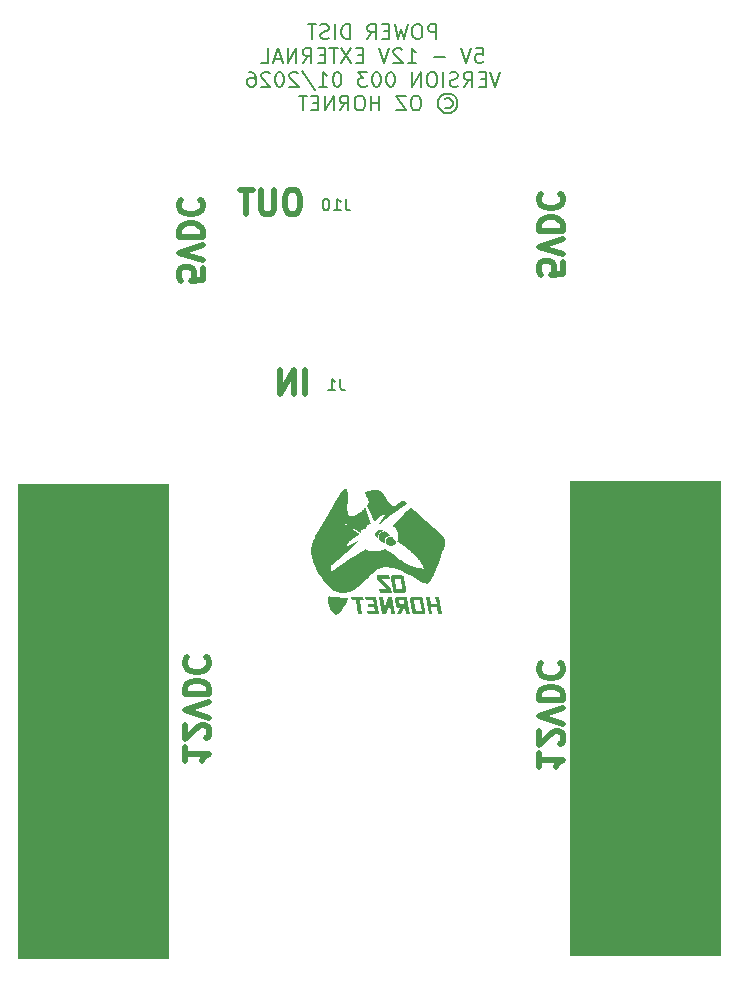
<source format=gbr>
%TF.GenerationSoftware,KiCad,Pcbnew,9.0.5*%
%TF.CreationDate,2026-01-23T06:55:33+10:00*%
%TF.ProjectId,OZ-HORNET-POWER-DIST,4f5a2d48-4f52-44e4-9554-2d504f574552,rev?*%
%TF.SameCoordinates,Original*%
%TF.FileFunction,Legend,Bot*%
%TF.FilePolarity,Positive*%
%FSLAX46Y46*%
G04 Gerber Fmt 4.6, Leading zero omitted, Abs format (unit mm)*
G04 Created by KiCad (PCBNEW 9.0.5) date 2026-01-23 06:55:33*
%MOMM*%
%LPD*%
G01*
G04 APERTURE LIST*
%ADD10C,0.000000*%
%ADD11C,0.100000*%
%ADD12C,0.500000*%
%ADD13C,0.200000*%
%ADD14C,0.150000*%
G04 APERTURE END LIST*
D10*
G36*
X88192024Y-76876544D02*
G01*
X88224184Y-76889020D01*
X88252616Y-76910601D01*
X88277518Y-76940593D01*
X88299089Y-76978305D01*
X88317525Y-77023042D01*
X88333027Y-77074111D01*
X88345791Y-77130820D01*
X88356017Y-77192474D01*
X88369645Y-77327849D01*
X88375496Y-77474689D01*
X88375157Y-77627450D01*
X88362253Y-77928552D01*
X88331941Y-78357805D01*
X88328459Y-78429454D01*
X88327348Y-78501577D01*
X88328625Y-78573955D01*
X88332305Y-78646366D01*
X88338403Y-78718592D01*
X88346936Y-78790411D01*
X88357917Y-78861605D01*
X88371364Y-78931951D01*
X88375305Y-78948828D01*
X88379876Y-78965081D01*
X88385065Y-78980710D01*
X88390859Y-78995714D01*
X88397244Y-79010095D01*
X88404208Y-79023852D01*
X88411737Y-79036986D01*
X88419820Y-79049496D01*
X88428442Y-79061384D01*
X88437591Y-79072650D01*
X88447255Y-79083292D01*
X88457419Y-79093313D01*
X88468071Y-79102712D01*
X88479199Y-79111490D01*
X88490789Y-79119646D01*
X88502829Y-79127180D01*
X88515304Y-79134094D01*
X88528204Y-79140388D01*
X88541513Y-79146061D01*
X88555221Y-79151113D01*
X88569313Y-79155546D01*
X88583777Y-79159359D01*
X88598599Y-79162553D01*
X88613768Y-79165128D01*
X88629269Y-79167083D01*
X88645090Y-79168420D01*
X88661219Y-79169138D01*
X88677641Y-79169238D01*
X88694345Y-79168721D01*
X88711317Y-79167585D01*
X88728544Y-79165832D01*
X88746014Y-79163462D01*
X88821144Y-79144080D01*
X88895757Y-79119696D01*
X88969757Y-79090647D01*
X89043050Y-79057269D01*
X89115540Y-79019898D01*
X89187131Y-78978873D01*
X89257729Y-78934529D01*
X89327238Y-78887203D01*
X89395562Y-78837233D01*
X89462606Y-78784955D01*
X89528275Y-78730705D01*
X89592474Y-78674822D01*
X89655107Y-78617640D01*
X89716079Y-78559498D01*
X89832658Y-78441678D01*
X90353358Y-79843176D01*
X90342344Y-79845888D01*
X90337098Y-79847120D01*
X90334507Y-79847683D01*
X90331926Y-79848203D01*
X90295294Y-79854793D01*
X90258885Y-79862077D01*
X90222798Y-79870379D01*
X90204907Y-79875011D01*
X90187133Y-79880019D01*
X90169490Y-79885443D01*
X90151989Y-79891322D01*
X90134643Y-79897697D01*
X90117465Y-79904609D01*
X90100466Y-79912098D01*
X90083660Y-79920203D01*
X90067058Y-79928966D01*
X90050674Y-79938426D01*
X90041511Y-79944130D01*
X90032584Y-79950039D01*
X90023907Y-79956166D01*
X90015493Y-79962524D01*
X90007354Y-79969125D01*
X89999505Y-79975982D01*
X89991958Y-79983108D01*
X89984727Y-79990516D01*
X89977824Y-79998218D01*
X89971263Y-80006228D01*
X89965057Y-80014558D01*
X89959219Y-80023221D01*
X89953763Y-80032230D01*
X89948701Y-80041597D01*
X89944047Y-80051335D01*
X89939813Y-80061457D01*
X89936402Y-80070802D01*
X89933404Y-80080182D01*
X89930813Y-80089596D01*
X89928622Y-80099041D01*
X89926824Y-80108515D01*
X89925410Y-80118017D01*
X89924373Y-80127544D01*
X89923707Y-80137095D01*
X89923403Y-80146668D01*
X89923455Y-80156260D01*
X89923855Y-80165871D01*
X89924596Y-80175497D01*
X89925670Y-80185137D01*
X89927070Y-80194789D01*
X89928788Y-80204451D01*
X89930818Y-80214122D01*
X89932072Y-80220311D01*
X89932558Y-80223284D01*
X89932914Y-80226177D01*
X89933113Y-80228989D01*
X89933129Y-80231721D01*
X89932935Y-80234372D01*
X89932751Y-80235667D01*
X89932505Y-80236942D01*
X89932192Y-80238197D01*
X89931810Y-80239432D01*
X89931356Y-80240647D01*
X89930826Y-80241841D01*
X89930216Y-80243016D01*
X89929524Y-80244170D01*
X89928746Y-80245304D01*
X89927879Y-80246418D01*
X89926919Y-80247511D01*
X89925863Y-80248585D01*
X89924707Y-80249638D01*
X89923449Y-80250672D01*
X89922085Y-80251685D01*
X89920612Y-80252678D01*
X89919026Y-80253651D01*
X89917324Y-80254603D01*
X89914885Y-80256067D01*
X89912523Y-80257668D01*
X89910226Y-80259388D01*
X89907985Y-80261210D01*
X89905789Y-80263115D01*
X89903627Y-80265086D01*
X89899366Y-80269155D01*
X89895116Y-80273274D01*
X89892970Y-80275307D01*
X89890796Y-80277300D01*
X89888583Y-80279233D01*
X89886320Y-80281090D01*
X89883998Y-80282852D01*
X89881606Y-80284501D01*
X89879930Y-80285529D01*
X89878181Y-80286526D01*
X89876370Y-80287484D01*
X89874503Y-80288396D01*
X89872590Y-80289255D01*
X89870639Y-80290054D01*
X89868658Y-80290787D01*
X89866656Y-80291447D01*
X89864642Y-80292025D01*
X89862625Y-80292516D01*
X89860611Y-80292913D01*
X89858611Y-80293208D01*
X89856633Y-80293394D01*
X89854685Y-80293465D01*
X89852776Y-80293414D01*
X89850913Y-80293233D01*
X89831102Y-80290482D01*
X89811333Y-80288044D01*
X89791578Y-80286010D01*
X89771803Y-80284468D01*
X89751979Y-80283509D01*
X89732075Y-80283224D01*
X89712058Y-80283701D01*
X89701999Y-80284253D01*
X89691899Y-80285030D01*
X89671637Y-80287459D01*
X89652141Y-80290979D01*
X89633433Y-80295595D01*
X89615534Y-80301315D01*
X89598466Y-80308142D01*
X89582250Y-80316084D01*
X89566909Y-80325146D01*
X89552464Y-80335334D01*
X89538936Y-80346654D01*
X89526348Y-80359111D01*
X89514722Y-80372711D01*
X89504078Y-80387461D01*
X89494439Y-80403366D01*
X89485826Y-80420431D01*
X89478261Y-80438663D01*
X89471765Y-80458068D01*
X89468379Y-80470149D01*
X89465308Y-80482384D01*
X89462473Y-80494782D01*
X89459793Y-80507346D01*
X89454576Y-80533003D01*
X89449012Y-80559403D01*
X88055451Y-79741576D01*
X88051747Y-79746603D01*
X88056757Y-79752560D01*
X88061505Y-79758697D01*
X88066046Y-79764978D01*
X88070433Y-79771367D01*
X88087532Y-79797271D01*
X88091965Y-79803652D01*
X88096571Y-79809922D01*
X88101403Y-79816045D01*
X88106515Y-79821985D01*
X88111963Y-79827704D01*
X88117799Y-79833166D01*
X88124079Y-79838336D01*
X88127402Y-79840799D01*
X88130857Y-79843176D01*
X88234334Y-79912431D01*
X88337364Y-79982281D01*
X88543077Y-80122576D01*
X88966146Y-80409649D01*
X89365666Y-80680053D01*
X89366997Y-80680961D01*
X89368313Y-80681899D01*
X89370913Y-80683856D01*
X89373494Y-80685913D01*
X89376085Y-80688057D01*
X89381405Y-80692555D01*
X89384191Y-80694884D01*
X89387098Y-80697251D01*
X89139713Y-80867378D01*
X88876849Y-81047857D01*
X88614779Y-81229328D01*
X88592787Y-81244173D01*
X88570457Y-81258597D01*
X88548072Y-81272971D01*
X88525912Y-81287668D01*
X88515006Y-81295254D01*
X88504261Y-81303060D01*
X88493715Y-81311132D01*
X88483401Y-81319517D01*
X88473356Y-81328263D01*
X88463614Y-81337414D01*
X88454211Y-81347018D01*
X88445181Y-81357121D01*
X88279288Y-81548944D01*
X88278877Y-81549435D01*
X88278488Y-81549965D01*
X88278120Y-81550530D01*
X88277774Y-81551128D01*
X88277145Y-81552417D01*
X88276600Y-81553814D01*
X88276140Y-81555301D01*
X88275762Y-81556860D01*
X88275467Y-81558473D01*
X88275253Y-81560123D01*
X88275119Y-81561791D01*
X88275065Y-81563460D01*
X88275091Y-81565112D01*
X88275195Y-81566729D01*
X88275376Y-81568293D01*
X88275634Y-81569787D01*
X88275968Y-81571193D01*
X88276377Y-81572492D01*
X88287358Y-81599786D01*
X88298735Y-81626930D01*
X88321886Y-81680971D01*
X88335115Y-81710605D01*
X89408000Y-81158684D01*
X89408053Y-81159068D01*
X89408110Y-81159428D01*
X89408232Y-81160077D01*
X89408354Y-81160632D01*
X89408463Y-81161098D01*
X89408548Y-81161477D01*
X89408577Y-81161635D01*
X89408595Y-81161772D01*
X89408601Y-81161889D01*
X89408593Y-81161986D01*
X89408570Y-81162064D01*
X89408529Y-81162123D01*
X89157968Y-81389665D01*
X89089673Y-81451942D01*
X89021179Y-81514019D01*
X88811099Y-81703461D01*
X88675633Y-81826228D01*
X88468994Y-82012494D01*
X88445065Y-82034211D01*
X88421236Y-82056051D01*
X88373479Y-82099807D01*
X88168427Y-82284751D01*
X88069737Y-82374974D01*
X87867595Y-82557007D01*
X87726043Y-82686124D01*
X87517816Y-82873978D01*
X87377587Y-83001508D01*
X87187087Y-83172164D01*
X87034158Y-83312128D01*
X87023170Y-83322149D01*
X87020331Y-83324534D01*
X87017424Y-83326769D01*
X87014432Y-83328802D01*
X87012899Y-83329727D01*
X87011338Y-83330583D01*
X87009748Y-83331362D01*
X87008126Y-83332059D01*
X87006471Y-83332668D01*
X87004780Y-83333181D01*
X87003052Y-83333593D01*
X87001284Y-83333896D01*
X86999474Y-83334086D01*
X86997621Y-83334155D01*
X86995722Y-83334096D01*
X86993775Y-83333904D01*
X86991778Y-83333572D01*
X86989730Y-83333094D01*
X86987627Y-83332463D01*
X86985469Y-83331673D01*
X86983253Y-83330718D01*
X86980976Y-83329590D01*
X86980421Y-83329308D01*
X86979849Y-83329056D01*
X86979260Y-83328832D01*
X86978654Y-83328635D01*
X86977399Y-83328319D01*
X86976090Y-83328098D01*
X86974735Y-83327963D01*
X86973340Y-83327903D01*
X86971912Y-83327908D01*
X86970459Y-83327970D01*
X86968988Y-83328079D01*
X86967504Y-83328224D01*
X86964531Y-83328587D01*
X86961595Y-83328980D01*
X86958751Y-83329326D01*
X86954183Y-83329969D01*
X86949816Y-83330894D01*
X86945665Y-83332086D01*
X86941744Y-83333531D01*
X86938067Y-83335213D01*
X86934651Y-83337117D01*
X86931508Y-83339228D01*
X86928655Y-83341530D01*
X86927342Y-83342749D01*
X86926106Y-83344010D01*
X86924950Y-83345311D01*
X86923875Y-83346651D01*
X86922884Y-83348027D01*
X86921978Y-83349439D01*
X86921159Y-83350883D01*
X86920428Y-83352358D01*
X86919789Y-83353862D01*
X86919242Y-83355393D01*
X86918789Y-83356949D01*
X86918432Y-83358529D01*
X86918174Y-83360131D01*
X86918016Y-83361752D01*
X86917959Y-83363390D01*
X86918006Y-83365045D01*
X86924157Y-83453813D01*
X86927158Y-83498172D01*
X86929912Y-83542581D01*
X86936163Y-83660453D01*
X86941818Y-83778325D01*
X86950550Y-83987610D01*
X86951657Y-84009265D01*
X86952372Y-84020083D01*
X86953261Y-84030870D01*
X86954373Y-84041607D01*
X86955758Y-84052276D01*
X86957466Y-84062858D01*
X86959545Y-84073335D01*
X86961867Y-84083175D01*
X86964477Y-84093022D01*
X86967391Y-84102831D01*
X86970624Y-84112559D01*
X86974193Y-84122164D01*
X86978111Y-84131601D01*
X86980207Y-84136244D01*
X86982396Y-84140828D01*
X86984681Y-84145348D01*
X86987062Y-84149800D01*
X86988614Y-84152513D01*
X86990191Y-84155046D01*
X86991791Y-84157400D01*
X86993412Y-84159574D01*
X86995051Y-84161569D01*
X86996706Y-84163384D01*
X86998375Y-84165020D01*
X87000056Y-84166477D01*
X87001745Y-84167755D01*
X87003441Y-84168854D01*
X87005141Y-84169774D01*
X87006842Y-84170515D01*
X87008544Y-84171078D01*
X87010242Y-84171462D01*
X87011935Y-84171667D01*
X87013620Y-84171694D01*
X87015295Y-84171543D01*
X87016958Y-84171214D01*
X87018605Y-84170706D01*
X87020236Y-84170021D01*
X87021847Y-84169158D01*
X87023436Y-84168117D01*
X87025001Y-84166898D01*
X87026539Y-84165501D01*
X87028048Y-84163927D01*
X87029526Y-84162176D01*
X87030969Y-84160247D01*
X87032377Y-84158141D01*
X87033746Y-84155858D01*
X87035074Y-84153398D01*
X87036359Y-84150761D01*
X87037598Y-84147948D01*
X87041248Y-84138802D01*
X87044626Y-84129452D01*
X87047681Y-84119940D01*
X87049072Y-84115137D01*
X87050364Y-84110310D01*
X87051550Y-84105465D01*
X87052625Y-84100607D01*
X87053582Y-84095740D01*
X87054415Y-84090872D01*
X87055118Y-84086006D01*
X87055684Y-84081149D01*
X87056108Y-84076306D01*
X87056383Y-84071483D01*
X87056929Y-84054990D01*
X87057032Y-84038459D01*
X87056769Y-84021904D01*
X87056217Y-84005337D01*
X87054559Y-83972215D01*
X87052678Y-83939191D01*
X87052055Y-83929567D01*
X87051215Y-83919943D01*
X87050214Y-83910318D01*
X87049107Y-83900694D01*
X87046800Y-83881445D01*
X87045712Y-83871821D01*
X87044741Y-83862197D01*
X87044398Y-83858088D01*
X87044181Y-83854095D01*
X87044114Y-83850215D01*
X87044225Y-83846446D01*
X87044538Y-83842786D01*
X87045081Y-83839231D01*
X87045879Y-83835781D01*
X87046957Y-83832432D01*
X87047610Y-83830794D01*
X87048343Y-83829182D01*
X87049159Y-83827593D01*
X87050061Y-83826029D01*
X87051054Y-83824488D01*
X87052139Y-83822970D01*
X87053320Y-83821476D01*
X87054601Y-83820004D01*
X87055985Y-83818555D01*
X87057474Y-83817128D01*
X87059073Y-83815723D01*
X87060784Y-83814339D01*
X87062611Y-83812977D01*
X87064557Y-83811636D01*
X87066625Y-83810315D01*
X87068818Y-83809015D01*
X87086450Y-83798563D01*
X87103859Y-83787704D01*
X87121094Y-83776529D01*
X87138205Y-83765128D01*
X87172254Y-83742006D01*
X87206402Y-83719057D01*
X87546392Y-83495485D01*
X88080056Y-83145441D01*
X88082367Y-83143904D01*
X88084531Y-83142363D01*
X88086536Y-83140806D01*
X88088370Y-83139223D01*
X88089220Y-83138418D01*
X88090023Y-83137603D01*
X88090778Y-83136775D01*
X88091484Y-83135935D01*
X88092138Y-83135079D01*
X88092740Y-83134207D01*
X88093289Y-83133318D01*
X88093782Y-83132410D01*
X88094218Y-83131482D01*
X88094597Y-83130533D01*
X88094916Y-83129560D01*
X88095174Y-83128563D01*
X88095371Y-83127541D01*
X88095503Y-83126492D01*
X88095571Y-83125415D01*
X88095572Y-83124307D01*
X88095505Y-83123169D01*
X88095369Y-83121999D01*
X88095162Y-83120795D01*
X88094884Y-83119555D01*
X88094532Y-83118280D01*
X88094105Y-83116966D01*
X88093602Y-83115613D01*
X88093021Y-83114220D01*
X88092209Y-83112263D01*
X88091508Y-83110358D01*
X88090916Y-83108505D01*
X88090431Y-83106701D01*
X88090050Y-83104945D01*
X88089772Y-83103237D01*
X88089594Y-83101573D01*
X88089515Y-83099953D01*
X88089532Y-83098376D01*
X88089642Y-83096839D01*
X88089845Y-83095342D01*
X88090137Y-83093882D01*
X88090517Y-83092459D01*
X88090982Y-83091070D01*
X88091531Y-83089714D01*
X88092161Y-83088390D01*
X88092870Y-83087097D01*
X88093656Y-83085832D01*
X88094516Y-83084594D01*
X88095450Y-83083382D01*
X88096453Y-83082195D01*
X88097526Y-83081030D01*
X88099867Y-83078762D01*
X88102456Y-83076567D01*
X88105277Y-83074433D01*
X88108311Y-83072348D01*
X88111542Y-83070299D01*
X88125199Y-83061784D01*
X88138794Y-83053126D01*
X88165848Y-83035507D01*
X88219757Y-82999920D01*
X88595729Y-82754122D01*
X88956356Y-82517320D01*
X89445307Y-82196646D01*
X89859645Y-81924125D01*
X89860743Y-81923413D01*
X89861808Y-81922765D01*
X89862840Y-81922181D01*
X89863840Y-81921658D01*
X89864812Y-81921196D01*
X89865756Y-81920794D01*
X89866673Y-81920450D01*
X89867565Y-81920164D01*
X89868434Y-81919935D01*
X89869282Y-81919761D01*
X89870109Y-81919642D01*
X89870918Y-81919576D01*
X89871710Y-81919563D01*
X89872486Y-81919600D01*
X89873248Y-81919688D01*
X89873998Y-81919825D01*
X89874737Y-81920010D01*
X89875466Y-81920242D01*
X89876188Y-81920520D01*
X89876904Y-81920843D01*
X89877615Y-81921210D01*
X89878323Y-81921619D01*
X89879736Y-81922562D01*
X89881155Y-81923663D01*
X89882592Y-81924913D01*
X89884061Y-81926305D01*
X89885573Y-81927829D01*
X89911465Y-81954167D01*
X89937531Y-81980382D01*
X89963745Y-82006447D01*
X89990084Y-82032339D01*
X89991544Y-82033768D01*
X89993045Y-82035177D01*
X89994584Y-82036563D01*
X89996161Y-82037924D01*
X89997771Y-82039260D01*
X89999413Y-82040566D01*
X90001085Y-82041843D01*
X90002783Y-82043088D01*
X90004507Y-82044298D01*
X90006253Y-82045473D01*
X90008019Y-82046609D01*
X90009803Y-82047706D01*
X90011603Y-82048760D01*
X90013415Y-82049771D01*
X90015239Y-82050736D01*
X90017071Y-82051654D01*
X90036563Y-82060690D01*
X90056237Y-82068972D01*
X90076083Y-82076542D01*
X90096091Y-82083441D01*
X90116251Y-82089709D01*
X90136552Y-82095386D01*
X90156986Y-82100514D01*
X90177541Y-82105133D01*
X90198208Y-82109283D01*
X90218976Y-82113006D01*
X90260777Y-82119333D01*
X90302864Y-82124438D01*
X90345154Y-82128647D01*
X90358175Y-82129709D01*
X90371232Y-82130541D01*
X90384315Y-82131187D01*
X90397409Y-82131690D01*
X90449665Y-82133145D01*
X90524409Y-82136023D01*
X90543111Y-82136548D01*
X90561807Y-82136829D01*
X90580490Y-82136781D01*
X90599154Y-82136320D01*
X90663601Y-82133273D01*
X90727973Y-82129408D01*
X90792296Y-82124898D01*
X90856594Y-82119916D01*
X90890754Y-82116973D01*
X90907832Y-82115303D01*
X90924889Y-82113434D01*
X90941909Y-82111317D01*
X90958876Y-82108903D01*
X90975774Y-82106141D01*
X90992589Y-82102983D01*
X91295372Y-82042460D01*
X91597956Y-81980746D01*
X91600506Y-81980230D01*
X91602999Y-81979780D01*
X91605440Y-81979407D01*
X91607837Y-81979121D01*
X91610192Y-81978933D01*
X91612513Y-81978853D01*
X91614805Y-81978891D01*
X91617072Y-81979059D01*
X91619321Y-81979366D01*
X91621557Y-81979823D01*
X91623785Y-81980441D01*
X91626010Y-81981229D01*
X91628239Y-81982199D01*
X91630476Y-81983361D01*
X91632727Y-81984725D01*
X91634998Y-81986302D01*
X91767322Y-82083735D01*
X91899845Y-82180771D01*
X92204645Y-82403815D01*
X92535110Y-82644321D01*
X92722898Y-82782599D01*
X92817214Y-82851080D01*
X92864759Y-82884755D01*
X92912671Y-82917900D01*
X93008541Y-82982429D01*
X93105353Y-83045595D01*
X93154160Y-83076549D01*
X93203258Y-83107023D01*
X93252665Y-83136970D01*
X93302402Y-83166344D01*
X93343407Y-83189806D01*
X93384828Y-83212609D01*
X93426608Y-83234809D01*
X93468693Y-83256467D01*
X93511025Y-83277642D01*
X93553549Y-83298391D01*
X93638952Y-83338853D01*
X93674791Y-83355277D01*
X93710856Y-83371227D01*
X93747127Y-83386724D01*
X93783580Y-83401790D01*
X93820194Y-83416447D01*
X93856948Y-83430716D01*
X93930787Y-83458179D01*
X93985730Y-83477443D01*
X94041027Y-83495506D01*
X94096684Y-83512311D01*
X94152706Y-83527798D01*
X94209101Y-83541908D01*
X94265874Y-83554583D01*
X94323031Y-83565763D01*
X94380579Y-83575390D01*
X94408197Y-83579468D01*
X94435877Y-83583211D01*
X94491373Y-83589941D01*
X94602564Y-83602112D01*
X94626224Y-83604692D01*
X94649958Y-83606875D01*
X94673741Y-83608661D01*
X94697549Y-83610050D01*
X94707776Y-83610441D01*
X94718046Y-83610649D01*
X94738891Y-83610678D01*
X94783010Y-83610314D01*
X94773220Y-83572975D01*
X94768499Y-83555583D01*
X94766030Y-83547065D01*
X94763431Y-83538612D01*
X94741395Y-83473219D01*
X94717021Y-83408966D01*
X94690403Y-83345805D01*
X94661632Y-83283686D01*
X94630803Y-83222559D01*
X94598008Y-83162374D01*
X94563341Y-83103083D01*
X94526893Y-83044635D01*
X94481637Y-82976677D01*
X94434467Y-82910247D01*
X94385530Y-82845238D01*
X94334971Y-82781540D01*
X94282937Y-82719045D01*
X94229572Y-82657645D01*
X94175023Y-82597230D01*
X94119435Y-82537693D01*
X94102249Y-82519744D01*
X94084837Y-82502003D01*
X94067220Y-82484454D01*
X94049420Y-82467082D01*
X94031458Y-82449871D01*
X94013358Y-82432806D01*
X93976825Y-82399052D01*
X93827269Y-82263982D01*
X93751871Y-82197166D01*
X93675729Y-82131293D01*
X93644552Y-82104949D01*
X93613143Y-82078889D01*
X93549688Y-82027576D01*
X93485489Y-81977256D01*
X93420671Y-81927828D01*
X93343115Y-81870191D01*
X93264963Y-81813396D01*
X93107669Y-81701345D01*
X92880193Y-81541901D01*
X92652321Y-81383052D01*
X92594542Y-81342636D01*
X92537756Y-81302618D01*
X92540519Y-81297179D01*
X92543238Y-81291948D01*
X92548472Y-81281948D01*
X92550949Y-81277098D01*
X92553309Y-81272295D01*
X92555532Y-81267498D01*
X92557600Y-81262667D01*
X92565119Y-81242706D01*
X92571928Y-81222617D01*
X92578065Y-81202407D01*
X92583570Y-81182084D01*
X92588484Y-81161656D01*
X92592844Y-81141130D01*
X92596692Y-81120514D01*
X92600066Y-81099815D01*
X92605550Y-81058203D01*
X92609615Y-81016356D01*
X92612577Y-80974335D01*
X92614750Y-80932202D01*
X92615144Y-80918002D01*
X92615176Y-80903784D01*
X92614903Y-80889553D01*
X92614386Y-80875317D01*
X92612852Y-80846849D01*
X92611046Y-80818431D01*
X92606217Y-80740842D01*
X92604700Y-80721460D01*
X92602860Y-80702122D01*
X92600599Y-80682845D01*
X92597817Y-80663650D01*
X92592157Y-80629773D01*
X92585824Y-80596032D01*
X92578716Y-80562465D01*
X92570730Y-80529109D01*
X92561765Y-80496001D01*
X92551717Y-80463178D01*
X92540485Y-80430678D01*
X92527967Y-80398537D01*
X92519004Y-80377487D01*
X92509647Y-80356731D01*
X92499849Y-80336308D01*
X92489561Y-80316256D01*
X92478736Y-80296614D01*
X92467328Y-80277423D01*
X92455289Y-80258721D01*
X92442572Y-80240548D01*
X92429130Y-80222941D01*
X92414914Y-80205941D01*
X92399878Y-80189587D01*
X92383975Y-80173918D01*
X92367158Y-80158973D01*
X92349378Y-80144791D01*
X92330589Y-80131411D01*
X92310744Y-80118872D01*
X92290846Y-80107074D01*
X92280611Y-80101301D01*
X92275436Y-80098547D01*
X92270229Y-80095920D01*
X92264995Y-80093447D01*
X92259736Y-80091158D01*
X92254459Y-80089082D01*
X92249166Y-80087246D01*
X92243862Y-80085681D01*
X92238552Y-80084413D01*
X92233239Y-80083473D01*
X92227929Y-80082889D01*
X92223866Y-80082523D01*
X92219959Y-80082022D01*
X92216203Y-80081390D01*
X92212592Y-80080630D01*
X92209120Y-80079746D01*
X92205783Y-80078740D01*
X92202575Y-80077616D01*
X92199490Y-80076378D01*
X92196524Y-80075028D01*
X92193670Y-80073571D01*
X92190924Y-80072009D01*
X92188280Y-80070345D01*
X92185733Y-80068584D01*
X92183277Y-80066729D01*
X92178617Y-80062747D01*
X92174258Y-80058428D01*
X92170157Y-80053798D01*
X92166271Y-80048883D01*
X92162556Y-80043710D01*
X92158970Y-80038306D01*
X92155470Y-80032698D01*
X92148554Y-80020976D01*
X92229186Y-79931812D01*
X92309421Y-79843441D01*
X92549398Y-79582827D01*
X92736193Y-79379627D01*
X92924841Y-79174574D01*
X93016817Y-79074331D01*
X93108991Y-78974285D01*
X93219356Y-78856182D01*
X93274228Y-78796845D01*
X93301402Y-78766899D01*
X93328331Y-78736689D01*
X93331799Y-78732936D01*
X93335266Y-78729512D01*
X93338740Y-78726411D01*
X93342234Y-78723625D01*
X93345757Y-78721150D01*
X93349321Y-78718978D01*
X93352934Y-78717105D01*
X93356608Y-78715522D01*
X93360354Y-78714225D01*
X93364182Y-78713207D01*
X93368101Y-78712462D01*
X93372124Y-78711984D01*
X93376259Y-78711765D01*
X93380518Y-78711802D01*
X93384912Y-78712086D01*
X93389450Y-78712612D01*
X93393494Y-78713025D01*
X93397398Y-78713177D01*
X93401169Y-78713073D01*
X93404816Y-78712719D01*
X93408347Y-78712120D01*
X93411769Y-78711282D01*
X93415092Y-78710209D01*
X93418322Y-78708908D01*
X93421469Y-78707383D01*
X93424541Y-78705641D01*
X93427544Y-78703686D01*
X93430489Y-78701524D01*
X93433383Y-78699161D01*
X93436233Y-78696602D01*
X93439049Y-78693851D01*
X93441837Y-78690916D01*
X93474323Y-78655540D01*
X93507057Y-78620438D01*
X93539989Y-78585583D01*
X93573071Y-78550951D01*
X93643218Y-78478356D01*
X93713564Y-78405960D01*
X94031007Y-78706047D01*
X94350838Y-79003554D01*
X94996000Y-79592616D01*
X96296691Y-80759429D01*
X96344718Y-80804276D01*
X96388666Y-80849958D01*
X96428509Y-80896534D01*
X96464218Y-80944062D01*
X96480513Y-80968203D01*
X96495764Y-80992603D01*
X96509967Y-81017272D01*
X96523119Y-81042216D01*
X96535216Y-81067443D01*
X96546255Y-81092960D01*
X96556232Y-81118774D01*
X96565144Y-81144893D01*
X96572987Y-81171325D01*
X96579757Y-81198077D01*
X96585451Y-81225155D01*
X96590066Y-81252569D01*
X96593598Y-81280324D01*
X96596043Y-81308429D01*
X96597398Y-81336891D01*
X96597659Y-81365717D01*
X96596823Y-81394915D01*
X96594886Y-81424492D01*
X96591845Y-81454455D01*
X96587696Y-81484812D01*
X96582436Y-81515571D01*
X96576061Y-81546738D01*
X96559952Y-81610328D01*
X96468025Y-81922955D01*
X96370642Y-82233575D01*
X96267802Y-82542193D01*
X96159505Y-82848810D01*
X96045750Y-83153431D01*
X95926539Y-83456058D01*
X95801871Y-83756694D01*
X95671745Y-84055343D01*
X95636164Y-84133367D01*
X95599324Y-84210869D01*
X95561306Y-84287850D01*
X95522190Y-84364311D01*
X95482057Y-84440250D01*
X95440987Y-84515669D01*
X95399062Y-84590567D01*
X95356362Y-84664944D01*
X95344944Y-84684090D01*
X95333496Y-84702296D01*
X95322000Y-84719570D01*
X95310434Y-84735922D01*
X95298779Y-84751361D01*
X95287015Y-84765896D01*
X95275122Y-84779536D01*
X95263080Y-84792291D01*
X95250869Y-84804170D01*
X95238469Y-84815183D01*
X95225860Y-84825338D01*
X95213022Y-84834645D01*
X95199935Y-84843113D01*
X95186580Y-84850752D01*
X95172936Y-84857571D01*
X95158983Y-84863580D01*
X95144701Y-84868786D01*
X95130071Y-84873201D01*
X95115072Y-84876832D01*
X95099685Y-84879690D01*
X95083889Y-84881784D01*
X95067665Y-84883123D01*
X95050993Y-84883716D01*
X95033851Y-84883572D01*
X95016222Y-84882702D01*
X94998084Y-84881113D01*
X94979418Y-84878817D01*
X94960204Y-84875821D01*
X94940422Y-84872135D01*
X94920051Y-84867768D01*
X94877466Y-84857031D01*
X94803437Y-84833548D01*
X94730696Y-84807040D01*
X94659134Y-84777789D01*
X94588636Y-84746076D01*
X94519092Y-84712181D01*
X94450390Y-84676387D01*
X94315061Y-84600220D01*
X93785002Y-84275742D01*
X93594411Y-84165343D01*
X93394293Y-84055376D01*
X93186112Y-83948484D01*
X92971329Y-83847307D01*
X92751407Y-83754486D01*
X92527809Y-83672663D01*
X92301995Y-83604477D01*
X92075430Y-83552570D01*
X91962322Y-83533546D01*
X91849574Y-83519582D01*
X91737369Y-83511009D01*
X91625891Y-83508156D01*
X91515321Y-83511353D01*
X91405842Y-83520931D01*
X91297638Y-83537219D01*
X91190890Y-83560549D01*
X91085783Y-83591249D01*
X90982498Y-83629650D01*
X90881219Y-83676082D01*
X90782127Y-83730875D01*
X90685407Y-83794360D01*
X90591240Y-83866866D01*
X90499810Y-83948724D01*
X90411300Y-84040263D01*
X90264191Y-84189693D01*
X90118468Y-84332665D01*
X89973433Y-84471079D01*
X89828390Y-84606835D01*
X89535483Y-84877979D01*
X89386226Y-85017168D01*
X89234168Y-85161302D01*
X89204998Y-85188170D01*
X89174970Y-85214397D01*
X89144137Y-85239974D01*
X89112555Y-85264891D01*
X89080277Y-85289140D01*
X89047357Y-85312712D01*
X89013848Y-85335597D01*
X88979805Y-85357788D01*
X88945281Y-85379276D01*
X88910331Y-85400050D01*
X88875008Y-85420103D01*
X88839365Y-85439425D01*
X88803458Y-85458007D01*
X88767339Y-85475842D01*
X88731064Y-85492918D01*
X88694684Y-85509229D01*
X88571098Y-85557985D01*
X88445090Y-85597351D01*
X88317369Y-85627414D01*
X88188643Y-85648259D01*
X88059624Y-85659974D01*
X87931019Y-85662643D01*
X87803538Y-85656353D01*
X87677890Y-85641190D01*
X87554785Y-85617240D01*
X87434931Y-85584589D01*
X87319039Y-85543323D01*
X87207816Y-85493528D01*
X87101974Y-85435290D01*
X87002220Y-85368695D01*
X86909264Y-85293830D01*
X86823815Y-85210779D01*
X86701678Y-85078260D01*
X86583287Y-84945665D01*
X86468758Y-84812621D01*
X86358203Y-84678756D01*
X86251736Y-84543695D01*
X86149471Y-84407065D01*
X86051521Y-84268494D01*
X85958000Y-84127608D01*
X85869021Y-83984033D01*
X85784698Y-83837398D01*
X85705145Y-83687327D01*
X85630475Y-83533449D01*
X85560801Y-83375389D01*
X85496237Y-83212775D01*
X85436898Y-83045234D01*
X85382895Y-82872392D01*
X85347633Y-82741674D01*
X85318519Y-82611743D01*
X85295668Y-82482578D01*
X85279195Y-82354160D01*
X85269214Y-82226469D01*
X85265842Y-82099486D01*
X85269191Y-81973190D01*
X85279377Y-81847561D01*
X85296514Y-81722581D01*
X85320718Y-81598229D01*
X85352102Y-81474486D01*
X85390783Y-81351331D01*
X85436873Y-81228746D01*
X85490489Y-81106709D01*
X85551745Y-80985202D01*
X85620755Y-80864205D01*
X85620227Y-80865261D01*
X85911323Y-80389226D01*
X86193269Y-79907185D01*
X86745202Y-78935291D01*
X87022935Y-78450543D01*
X87307008Y-77969996D01*
X87601294Y-77496203D01*
X87909667Y-77031714D01*
X87968360Y-76975002D01*
X88022135Y-76931555D01*
X88071191Y-76900679D01*
X88115725Y-76881680D01*
X88155937Y-76873867D01*
X88192024Y-76876544D01*
G37*
G36*
X92005680Y-80905742D02*
G01*
X92016566Y-80904226D01*
X92027108Y-80903441D01*
X92037322Y-80903372D01*
X92047224Y-80904005D01*
X92056830Y-80905327D01*
X92066156Y-80907323D01*
X92075217Y-80909979D01*
X92084030Y-80913282D01*
X92092610Y-80917218D01*
X92100974Y-80921772D01*
X92109137Y-80926930D01*
X92117115Y-80932680D01*
X92124925Y-80939006D01*
X92132581Y-80945894D01*
X92140099Y-80953332D01*
X92147497Y-80961304D01*
X92228840Y-81051345D01*
X92311076Y-81140692D01*
X92476639Y-81318492D01*
X92478804Y-81320927D01*
X92480743Y-81323372D01*
X92482463Y-81325833D01*
X92483973Y-81328315D01*
X92485281Y-81330821D01*
X92486396Y-81333356D01*
X92487327Y-81335926D01*
X92488082Y-81338534D01*
X92488669Y-81341186D01*
X92489098Y-81343886D01*
X92489376Y-81346638D01*
X92489512Y-81349448D01*
X92489515Y-81352320D01*
X92489394Y-81355259D01*
X92489156Y-81358268D01*
X92488810Y-81361354D01*
X92486658Y-81374074D01*
X92483889Y-81386444D01*
X92480521Y-81398473D01*
X92476577Y-81410170D01*
X92472076Y-81421545D01*
X92467039Y-81432606D01*
X92461486Y-81443363D01*
X92455439Y-81453826D01*
X92448917Y-81464004D01*
X92441942Y-81473906D01*
X92434533Y-81483541D01*
X92426711Y-81492918D01*
X92418497Y-81502048D01*
X92409912Y-81510939D01*
X92400975Y-81519601D01*
X92391708Y-81528042D01*
X92371104Y-81545739D01*
X92350159Y-81562681D01*
X92328852Y-81578823D01*
X92307165Y-81594117D01*
X92285078Y-81608517D01*
X92262572Y-81621976D01*
X92239626Y-81634446D01*
X92216223Y-81645881D01*
X92192342Y-81656233D01*
X92167964Y-81665457D01*
X92143070Y-81673505D01*
X92117641Y-81680330D01*
X92091656Y-81685886D01*
X92065097Y-81690124D01*
X92037944Y-81693000D01*
X92010179Y-81694465D01*
X91997305Y-81694651D01*
X91984482Y-81694514D01*
X91971712Y-81694055D01*
X91958994Y-81693274D01*
X91946331Y-81692170D01*
X91933723Y-81690744D01*
X91921171Y-81688995D01*
X91908678Y-81686924D01*
X91896243Y-81684530D01*
X91883868Y-81681814D01*
X91871555Y-81678776D01*
X91859304Y-81675415D01*
X91847117Y-81671731D01*
X91834994Y-81667725D01*
X91822937Y-81663397D01*
X91810947Y-81658746D01*
X91794425Y-81651968D01*
X91777986Y-81644954D01*
X91745298Y-81630369D01*
X91712758Y-81615288D01*
X91680243Y-81600008D01*
X91678563Y-81599178D01*
X91676898Y-81598278D01*
X91675249Y-81597311D01*
X91673620Y-81596283D01*
X91672013Y-81595198D01*
X91670430Y-81594060D01*
X91668873Y-81592872D01*
X91667345Y-81591641D01*
X91665847Y-81590369D01*
X91664384Y-81589061D01*
X91662955Y-81587721D01*
X91661565Y-81586353D01*
X91660215Y-81584963D01*
X91658908Y-81583553D01*
X91657646Y-81582128D01*
X91656431Y-81580694D01*
X91637727Y-81556821D01*
X91621121Y-81532571D01*
X91606564Y-81508003D01*
X91594006Y-81483177D01*
X91583399Y-81458152D01*
X91574693Y-81432988D01*
X91567840Y-81407744D01*
X91562789Y-81382479D01*
X91559492Y-81357255D01*
X91557900Y-81332129D01*
X91557963Y-81307163D01*
X91559632Y-81282414D01*
X91562858Y-81257944D01*
X91567593Y-81233811D01*
X91573786Y-81210075D01*
X91581388Y-81186795D01*
X91590351Y-81164032D01*
X91600625Y-81141845D01*
X91612162Y-81120293D01*
X91624911Y-81099436D01*
X91638824Y-81079334D01*
X91653851Y-81060046D01*
X91669943Y-81041632D01*
X91687052Y-81024151D01*
X91705128Y-81007663D01*
X91724122Y-80992228D01*
X91743984Y-80977905D01*
X91764666Y-80964753D01*
X91786118Y-80952833D01*
X91808291Y-80942204D01*
X91831136Y-80932925D01*
X91854604Y-80925056D01*
X91854603Y-80925056D01*
X91863767Y-80922445D01*
X91872999Y-80920053D01*
X91891641Y-80915841D01*
X91910474Y-80912243D01*
X91929447Y-80909082D01*
X91967601Y-80903365D01*
X91986676Y-80900455D01*
X92005680Y-80897275D01*
X92005680Y-80905742D01*
G37*
G36*
X90813973Y-76957616D02*
G01*
X90865857Y-76961613D01*
X90916419Y-76968142D01*
X90965479Y-76977371D01*
X91012856Y-76989471D01*
X91058368Y-77004607D01*
X91101836Y-77022951D01*
X91143077Y-77044668D01*
X91181911Y-77069930D01*
X91218158Y-77098903D01*
X91251636Y-77131756D01*
X91282164Y-77168658D01*
X91309561Y-77209777D01*
X91441791Y-77411564D01*
X91576625Y-77611613D01*
X91714188Y-77809778D01*
X91854603Y-78005909D01*
X91939858Y-78107796D01*
X91978404Y-78151026D01*
X92014483Y-78189341D01*
X92048289Y-78222914D01*
X92080013Y-78251915D01*
X92109848Y-78276514D01*
X92137984Y-78296884D01*
X92164615Y-78313195D01*
X92189932Y-78325619D01*
X92214128Y-78334326D01*
X92237394Y-78339488D01*
X92259922Y-78341276D01*
X92281904Y-78339861D01*
X92303532Y-78335413D01*
X92324999Y-78328105D01*
X92346496Y-78318107D01*
X92368215Y-78305590D01*
X92390349Y-78290726D01*
X92413088Y-78273686D01*
X92461154Y-78233760D01*
X92513949Y-78187181D01*
X92573008Y-78135320D01*
X92639868Y-78079543D01*
X92716065Y-78021222D01*
X92758145Y-77991534D01*
X92803134Y-77961723D01*
X92839275Y-77940310D01*
X92874434Y-77922387D01*
X92891675Y-77914727D01*
X92908706Y-77907931D01*
X92925537Y-77901995D01*
X92942181Y-77896917D01*
X92958649Y-77892693D01*
X92974953Y-77889319D01*
X92991103Y-77886794D01*
X93007113Y-77885114D01*
X93022992Y-77884276D01*
X93038753Y-77884276D01*
X93054408Y-77885112D01*
X93069967Y-77886780D01*
X93085442Y-77889278D01*
X93100845Y-77892602D01*
X93116188Y-77896749D01*
X93131481Y-77901717D01*
X93146737Y-77907501D01*
X93161967Y-77914099D01*
X93177182Y-77921508D01*
X93192394Y-77929725D01*
X93222856Y-77948570D01*
X93253444Y-77970608D01*
X93284250Y-77995814D01*
X93315368Y-78024165D01*
X93350822Y-78058528D01*
X93386276Y-78092692D01*
X93378384Y-78098488D01*
X93370566Y-78104334D01*
X93355055Y-78115975D01*
X93355585Y-78115976D01*
X92888066Y-78462315D01*
X92510241Y-78743303D01*
X92014147Y-79110809D01*
X91586316Y-79428574D01*
X91087576Y-79800049D01*
X91006085Y-79860374D01*
X91001851Y-79855611D01*
X91526784Y-79078530D01*
X91524084Y-79077191D01*
X91521704Y-79075954D01*
X91517689Y-79073800D01*
X91515950Y-79072889D01*
X91514320Y-79072093D01*
X91513529Y-79071739D01*
X91512745Y-79071414D01*
X91511963Y-79071120D01*
X91511174Y-79070857D01*
X91452602Y-79054287D01*
X91423328Y-79045817D01*
X91408749Y-79041372D01*
X91394228Y-79036726D01*
X91389403Y-79035164D01*
X91384649Y-79033771D01*
X91379962Y-79032573D01*
X91375340Y-79031595D01*
X91370777Y-79030864D01*
X91366272Y-79030405D01*
X91361820Y-79030245D01*
X91357418Y-79030409D01*
X91353063Y-79030923D01*
X91350902Y-79031320D01*
X91348751Y-79031814D01*
X91346609Y-79032408D01*
X91344478Y-79033107D01*
X91342355Y-79033912D01*
X91340241Y-79034828D01*
X91338135Y-79035857D01*
X91336037Y-79037004D01*
X91333946Y-79038270D01*
X91331862Y-79039659D01*
X91329784Y-79041175D01*
X91327712Y-79042821D01*
X91325646Y-79044600D01*
X91323585Y-79046515D01*
X91321500Y-79048446D01*
X91319319Y-79050276D01*
X91317053Y-79052017D01*
X91314713Y-79053680D01*
X91312307Y-79055276D01*
X91309846Y-79056817D01*
X91304799Y-79059778D01*
X91294489Y-79065528D01*
X91289386Y-79068498D01*
X91286883Y-79070046D01*
X91284426Y-79071651D01*
X91202761Y-79124501D01*
X91162136Y-79151162D01*
X91122038Y-79178542D01*
X91082759Y-79207064D01*
X91063518Y-79221884D01*
X91044590Y-79237147D01*
X91026013Y-79252907D01*
X91007822Y-79269216D01*
X90990055Y-79286126D01*
X90972747Y-79303690D01*
X90950049Y-79327217D01*
X90927045Y-79350418D01*
X90903798Y-79373365D01*
X90880374Y-79396129D01*
X90786216Y-79486782D01*
X90730058Y-79541220D01*
X90701830Y-79568340D01*
X90673503Y-79595261D01*
X90667886Y-79600464D01*
X90662147Y-79605584D01*
X90656291Y-79610660D01*
X90650320Y-79615733D01*
X90638045Y-79626031D01*
X90625349Y-79636800D01*
X90577922Y-79538772D01*
X90530893Y-79442332D01*
X90372936Y-79121921D01*
X90229797Y-78831673D01*
X89988232Y-78345634D01*
X89987942Y-78345086D01*
X89987620Y-78344535D01*
X89986884Y-78343428D01*
X89986037Y-78342325D01*
X89985090Y-78341235D01*
X89984056Y-78340170D01*
X89982948Y-78339141D01*
X89981778Y-78338158D01*
X89980559Y-78337233D01*
X89979302Y-78336376D01*
X89978021Y-78335598D01*
X89976727Y-78334910D01*
X89975433Y-78334323D01*
X89974790Y-78334070D01*
X89974151Y-78333847D01*
X89973519Y-78333654D01*
X89972894Y-78333494D01*
X89972279Y-78333367D01*
X89971675Y-78333274D01*
X89971083Y-78333217D01*
X89970505Y-78333198D01*
X89961178Y-78333153D01*
X89951852Y-78333033D01*
X89933199Y-78332669D01*
X89971232Y-78290038D01*
X89989828Y-78268933D01*
X90008076Y-78248002D01*
X90031308Y-78217700D01*
X90051885Y-78186931D01*
X90069802Y-78155711D01*
X90085053Y-78124058D01*
X90097631Y-78091987D01*
X90107530Y-78059516D01*
X90114744Y-78026662D01*
X90119267Y-77993440D01*
X90121092Y-77959868D01*
X90120214Y-77925963D01*
X90116625Y-77891740D01*
X90110321Y-77857217D01*
X90101294Y-77822410D01*
X90089538Y-77787336D01*
X90075048Y-77752012D01*
X90057817Y-77716455D01*
X89987319Y-77578309D01*
X89918085Y-77438179D01*
X89777359Y-77149982D01*
X90154134Y-77045843D01*
X90262247Y-77019857D01*
X90373034Y-76996586D01*
X90485048Y-76977379D01*
X90596840Y-76963583D01*
X90706964Y-76956546D01*
X90813973Y-76957616D01*
G37*
D11*
X107188000Y-76200000D02*
X119888000Y-76200000D01*
X119888000Y-116332000D01*
X107188000Y-116332000D01*
X107188000Y-76200000D01*
G36*
X107188000Y-76200000D02*
G01*
X119888000Y-76200000D01*
X119888000Y-116332000D01*
X107188000Y-116332000D01*
X107188000Y-76200000D01*
G37*
D10*
G36*
X93291820Y-85417417D02*
G01*
X93294266Y-85434231D01*
X93296147Y-85450350D01*
X93297461Y-85465790D01*
X93298207Y-85480561D01*
X93298384Y-85494679D01*
X93297992Y-85508156D01*
X93297028Y-85521004D01*
X93295491Y-85533238D01*
X93293381Y-85544871D01*
X93290696Y-85555915D01*
X93287435Y-85566384D01*
X93283597Y-85576291D01*
X93279181Y-85585649D01*
X93274185Y-85594472D01*
X93268609Y-85602772D01*
X93262451Y-85610563D01*
X93258292Y-85615198D01*
X93253957Y-85619583D01*
X93244778Y-85627627D01*
X93234961Y-85634750D01*
X93224553Y-85641007D01*
X93213601Y-85646451D01*
X93202152Y-85651138D01*
X93190252Y-85655120D01*
X93177949Y-85658453D01*
X93165290Y-85661190D01*
X93152320Y-85663387D01*
X93139088Y-85665097D01*
X93125640Y-85666374D01*
X93112023Y-85667273D01*
X93098284Y-85667848D01*
X93070628Y-85668242D01*
X92467378Y-85668242D01*
X92438810Y-85667754D01*
X92411651Y-85666169D01*
X92385909Y-85663310D01*
X92361590Y-85658999D01*
X92349967Y-85656242D01*
X92338702Y-85653056D01*
X92327797Y-85649417D01*
X92317252Y-85645304D01*
X92307069Y-85640694D01*
X92297248Y-85635565D01*
X92287790Y-85629894D01*
X92278697Y-85623660D01*
X92269968Y-85616840D01*
X92261606Y-85609411D01*
X92253611Y-85601352D01*
X92245983Y-85592640D01*
X92238724Y-85583252D01*
X92231835Y-85573168D01*
X92225317Y-85562363D01*
X92219170Y-85550817D01*
X92213395Y-85538506D01*
X92207994Y-85525409D01*
X92202967Y-85511503D01*
X92198316Y-85496765D01*
X92194040Y-85481174D01*
X92190142Y-85464708D01*
X92186621Y-85447343D01*
X92183480Y-85429059D01*
X92032550Y-84479204D01*
X92343818Y-84479204D01*
X92344219Y-84482387D01*
X92344645Y-84486017D01*
X92345670Y-84494814D01*
X92480872Y-85343333D01*
X92481542Y-85347764D01*
X92482166Y-85351742D01*
X92482747Y-85355286D01*
X92483287Y-85358414D01*
X92483789Y-85361146D01*
X92484258Y-85363499D01*
X92484696Y-85365493D01*
X92485105Y-85367145D01*
X92488100Y-85367408D01*
X92491447Y-85367605D01*
X92495031Y-85367746D01*
X92498732Y-85367840D01*
X92506016Y-85367927D01*
X92512358Y-85367940D01*
X92955005Y-85367940D01*
X92955005Y-85367411D01*
X92972468Y-85367411D01*
X92972220Y-85364422D01*
X92971872Y-85360962D01*
X92971426Y-85356956D01*
X92970880Y-85352330D01*
X92835678Y-84505398D01*
X92835235Y-84502619D01*
X92834799Y-84500032D01*
X92834371Y-84497629D01*
X92833954Y-84495406D01*
X92833547Y-84493354D01*
X92833152Y-84491468D01*
X92832771Y-84489741D01*
X92832403Y-84488167D01*
X92831717Y-84485448D01*
X92831101Y-84483260D01*
X92830566Y-84481549D01*
X92830121Y-84480263D01*
X92828841Y-84480076D01*
X92827397Y-84479913D01*
X92824102Y-84479651D01*
X92820411Y-84479463D01*
X92816496Y-84479337D01*
X92808690Y-84479221D01*
X92802076Y-84479204D01*
X92343818Y-84479204D01*
X92032550Y-84479204D01*
X92024730Y-84429992D01*
X92022278Y-84412873D01*
X92020381Y-84396526D01*
X92019042Y-84380928D01*
X92018264Y-84366058D01*
X92018051Y-84351893D01*
X92018405Y-84338412D01*
X92019329Y-84325591D01*
X92020828Y-84313410D01*
X92022902Y-84301846D01*
X92025557Y-84290876D01*
X92028795Y-84280480D01*
X92032618Y-84270634D01*
X92037031Y-84261317D01*
X92042036Y-84252506D01*
X92047636Y-84244180D01*
X92053834Y-84236317D01*
X92057967Y-84231730D01*
X92062273Y-84227390D01*
X92071385Y-84219428D01*
X92081125Y-84212375D01*
X92091447Y-84206179D01*
X92102305Y-84200786D01*
X92113654Y-84196143D01*
X92125448Y-84192195D01*
X92137641Y-84188890D01*
X92150188Y-84186175D01*
X92163042Y-84183995D01*
X92176159Y-84182297D01*
X92189491Y-84181027D01*
X92202994Y-84180133D01*
X92216622Y-84179561D01*
X92244070Y-84179167D01*
X92847320Y-84179167D01*
X92876082Y-84179656D01*
X92903430Y-84181240D01*
X92929353Y-84184099D01*
X92953844Y-84188411D01*
X92965549Y-84191167D01*
X92976894Y-84194353D01*
X92987877Y-84197992D01*
X92998497Y-84202105D01*
X93008752Y-84206715D01*
X93018643Y-84211844D01*
X93028167Y-84217515D01*
X93037324Y-84223749D01*
X93046113Y-84230570D01*
X93054532Y-84237998D01*
X93062582Y-84246058D01*
X93070260Y-84254770D01*
X93077566Y-84264157D01*
X93084498Y-84274242D01*
X93091057Y-84285046D01*
X93097239Y-84296592D01*
X93103046Y-84308903D01*
X93108475Y-84322000D01*
X93113526Y-84335906D01*
X93118198Y-84350644D01*
X93122489Y-84366234D01*
X93126399Y-84382701D01*
X93129926Y-84400065D01*
X93133070Y-84418350D01*
X93283874Y-85367411D01*
X93291820Y-85417417D01*
G37*
G36*
X91488833Y-80469618D02*
G01*
X91496164Y-80470020D01*
X91503402Y-80470717D01*
X91510553Y-80471706D01*
X91517623Y-80472983D01*
X91524619Y-80474545D01*
X91531547Y-80476389D01*
X91538413Y-80478513D01*
X91545223Y-80480912D01*
X91551983Y-80483584D01*
X91558700Y-80486526D01*
X91565380Y-80489735D01*
X91572028Y-80493207D01*
X91578652Y-80496939D01*
X91585258Y-80500929D01*
X91641666Y-80537250D01*
X91696854Y-80575103D01*
X91750912Y-80614383D01*
X91803936Y-80654983D01*
X91856016Y-80696799D01*
X91907247Y-80739724D01*
X91957722Y-80783654D01*
X92007533Y-80828483D01*
X92007924Y-80828840D01*
X92008307Y-80829218D01*
X92008685Y-80829618D01*
X92009062Y-80830042D01*
X92009443Y-80830493D01*
X92009830Y-80830972D01*
X92010641Y-80832022D01*
X92012518Y-80834548D01*
X92013646Y-80836055D01*
X92014941Y-80837744D01*
X91986127Y-80835916D01*
X91957826Y-80835488D01*
X91930037Y-80836450D01*
X91902758Y-80838794D01*
X91875987Y-80842512D01*
X91849723Y-80847595D01*
X91823965Y-80854034D01*
X91798710Y-80861821D01*
X91773958Y-80870948D01*
X91749706Y-80881406D01*
X91725954Y-80893186D01*
X91702699Y-80906279D01*
X91679941Y-80920679D01*
X91657677Y-80936375D01*
X91635906Y-80953359D01*
X91614626Y-80971623D01*
X91595653Y-80989532D01*
X91577937Y-81008032D01*
X91561493Y-81027122D01*
X91546339Y-81046798D01*
X91532490Y-81067057D01*
X91519962Y-81087895D01*
X91508773Y-81109310D01*
X91498937Y-81131299D01*
X91490472Y-81153859D01*
X91483394Y-81176985D01*
X91477719Y-81200676D01*
X91473463Y-81224929D01*
X91470643Y-81249739D01*
X91469274Y-81275104D01*
X91469374Y-81301022D01*
X91470958Y-81327488D01*
X91472449Y-81341057D01*
X91474529Y-81354385D01*
X91477179Y-81367479D01*
X91480379Y-81380346D01*
X91484112Y-81392993D01*
X91488357Y-81405427D01*
X91493095Y-81417655D01*
X91498309Y-81429683D01*
X91503978Y-81441519D01*
X91510084Y-81453170D01*
X91516608Y-81464642D01*
X91523531Y-81475944D01*
X91530834Y-81487080D01*
X91538497Y-81498060D01*
X91546502Y-81508889D01*
X91554830Y-81519575D01*
X91556413Y-81521665D01*
X91557964Y-81523792D01*
X91558719Y-81524881D01*
X91559454Y-81525993D01*
X91560165Y-81527134D01*
X91560850Y-81528306D01*
X91561504Y-81529516D01*
X91562122Y-81530768D01*
X91562702Y-81532067D01*
X91563239Y-81533416D01*
X91563730Y-81534821D01*
X91564171Y-81536287D01*
X91564557Y-81537818D01*
X91564885Y-81539419D01*
X91548613Y-81530654D01*
X91540477Y-81526210D01*
X91532341Y-81521692D01*
X91477765Y-81489944D01*
X91423498Y-81457663D01*
X91369728Y-81424637D01*
X91316640Y-81390657D01*
X91264419Y-81355511D01*
X91213254Y-81318988D01*
X91163328Y-81280877D01*
X91138888Y-81261161D01*
X91114829Y-81240969D01*
X91114564Y-81240704D01*
X91090965Y-81219021D01*
X91068886Y-81195626D01*
X91048476Y-81170645D01*
X91029884Y-81144202D01*
X91021317Y-81130470D01*
X91013260Y-81116420D01*
X91005732Y-81102067D01*
X90998752Y-81087425D01*
X90992338Y-81072512D01*
X90986510Y-81057341D01*
X90981285Y-81041930D01*
X90976683Y-81026292D01*
X90972721Y-81010445D01*
X90969420Y-80994404D01*
X90966796Y-80978183D01*
X90964870Y-80961799D01*
X90963659Y-80945267D01*
X90963183Y-80928603D01*
X90963459Y-80911822D01*
X90964508Y-80894939D01*
X90966346Y-80877971D01*
X90968993Y-80860933D01*
X90972468Y-80843841D01*
X90976790Y-80826709D01*
X90981976Y-80809554D01*
X90988045Y-80792391D01*
X90995017Y-80775236D01*
X91002909Y-80758104D01*
X91011790Y-80740497D01*
X91021081Y-80723210D01*
X91030803Y-80706268D01*
X91040976Y-80689693D01*
X91051621Y-80673509D01*
X91062757Y-80657738D01*
X91074404Y-80642405D01*
X91086584Y-80627532D01*
X91099315Y-80613143D01*
X91112619Y-80599261D01*
X91126514Y-80585909D01*
X91141022Y-80573111D01*
X91156162Y-80560889D01*
X91171956Y-80549268D01*
X91188421Y-80538269D01*
X91205580Y-80527917D01*
X91218961Y-80520627D01*
X91232509Y-80513925D01*
X91246216Y-80507790D01*
X91260076Y-80502203D01*
X91274082Y-80497142D01*
X91288226Y-80492589D01*
X91302503Y-80488522D01*
X91316904Y-80484922D01*
X91331422Y-80481769D01*
X91346052Y-80479041D01*
X91360786Y-80476720D01*
X91375616Y-80474785D01*
X91390537Y-80473216D01*
X91405540Y-80471993D01*
X91420619Y-80471095D01*
X91435768Y-80470502D01*
X91454818Y-80470205D01*
X91464343Y-80470019D01*
X91473868Y-80469708D01*
X91481403Y-80469513D01*
X91488833Y-80469618D01*
G37*
G36*
X91891645Y-84479204D02*
G01*
X91259820Y-84479204D01*
X92033990Y-85375348D01*
X92079499Y-85668242D01*
X91065351Y-85668242D01*
X91018255Y-85367940D01*
X91638968Y-85367940D01*
X90873793Y-84471531D01*
X90828285Y-84178901D01*
X91844549Y-84178901D01*
X91891645Y-84479204D01*
G37*
G36*
X91484451Y-86884796D02*
G01*
X91775493Y-86007966D01*
X92110720Y-86007966D01*
X92345935Y-87497306D01*
X92035049Y-87497306D01*
X91899318Y-86632384D01*
X91610393Y-87497306D01*
X91269345Y-87497306D01*
X91034130Y-86007966D01*
X91345016Y-86007966D01*
X91484451Y-86884796D01*
G37*
G36*
X89732380Y-86308269D02*
G01*
X89366197Y-86308269D01*
X89554315Y-87497306D01*
X89243431Y-87497306D01*
X89055312Y-86308269D01*
X88688864Y-86308269D01*
X88641768Y-86007966D01*
X89685285Y-86007966D01*
X89732380Y-86308269D01*
G37*
G36*
X94924035Y-87246219D02*
G01*
X94926481Y-87263032D01*
X94928362Y-87279152D01*
X94929676Y-87294591D01*
X94930422Y-87309363D01*
X94930599Y-87323480D01*
X94930206Y-87336957D01*
X94929242Y-87349806D01*
X94927706Y-87362040D01*
X94925596Y-87373672D01*
X94922911Y-87384716D01*
X94919650Y-87395185D01*
X94915812Y-87405092D01*
X94911396Y-87414450D01*
X94906400Y-87423273D01*
X94900824Y-87431573D01*
X94894666Y-87439364D01*
X94890507Y-87443999D01*
X94886172Y-87448383D01*
X94876993Y-87456427D01*
X94867176Y-87463550D01*
X94856769Y-87469807D01*
X94845817Y-87475251D01*
X94834367Y-87479938D01*
X94822468Y-87483920D01*
X94810165Y-87487253D01*
X94797505Y-87489991D01*
X94784536Y-87492187D01*
X94771304Y-87493897D01*
X94757856Y-87495174D01*
X94744239Y-87496073D01*
X94730500Y-87496648D01*
X94702843Y-87497043D01*
X94099593Y-87497043D01*
X94071025Y-87496554D01*
X94043867Y-87494969D01*
X94018124Y-87492110D01*
X93993805Y-87487799D01*
X93982182Y-87485042D01*
X93970917Y-87481856D01*
X93960012Y-87478218D01*
X93949467Y-87474104D01*
X93939284Y-87469494D01*
X93929463Y-87464365D01*
X93920006Y-87458695D01*
X93910912Y-87452460D01*
X93902184Y-87445640D01*
X93893821Y-87438211D01*
X93885826Y-87430152D01*
X93878198Y-87421440D01*
X93870940Y-87412053D01*
X93864051Y-87401968D01*
X93857532Y-87391164D01*
X93851385Y-87379617D01*
X93845611Y-87367307D01*
X93840209Y-87354209D01*
X93835183Y-87340303D01*
X93830531Y-87325566D01*
X93826256Y-87309975D01*
X93822357Y-87293509D01*
X93818837Y-87276144D01*
X93815695Y-87257860D01*
X93664723Y-86307741D01*
X93976297Y-86307741D01*
X93976698Y-86310925D01*
X93977124Y-86314554D01*
X93978149Y-86323352D01*
X94113351Y-87171870D01*
X94114021Y-87176301D01*
X94114645Y-87180279D01*
X94115226Y-87183823D01*
X94115766Y-87186952D01*
X94116268Y-87189683D01*
X94116737Y-87192037D01*
X94117175Y-87194030D01*
X94117584Y-87195683D01*
X94120579Y-87195945D01*
X94123926Y-87196142D01*
X94127509Y-87196283D01*
X94131211Y-87196377D01*
X94138495Y-87196464D01*
X94144837Y-87196477D01*
X94604947Y-87196477D01*
X94604699Y-87193487D01*
X94604352Y-87190027D01*
X94603905Y-87186021D01*
X94603360Y-87181396D01*
X94468158Y-86334464D01*
X94467714Y-86331685D01*
X94467279Y-86329097D01*
X94466851Y-86326695D01*
X94466434Y-86324472D01*
X94466027Y-86322420D01*
X94465632Y-86320534D01*
X94465251Y-86318807D01*
X94464883Y-86317232D01*
X94464197Y-86314514D01*
X94463581Y-86312325D01*
X94463046Y-86310614D01*
X94462602Y-86309328D01*
X94461321Y-86309142D01*
X94459877Y-86308979D01*
X94456582Y-86308716D01*
X94452890Y-86308528D01*
X94448975Y-86308402D01*
X94441170Y-86308286D01*
X94434556Y-86308269D01*
X93991908Y-86308269D01*
X93991907Y-86307741D01*
X93976297Y-86307741D01*
X93664723Y-86307741D01*
X93656945Y-86258793D01*
X93654493Y-86241674D01*
X93652596Y-86225326D01*
X93651257Y-86209729D01*
X93650480Y-86194858D01*
X93650266Y-86180694D01*
X93650620Y-86167212D01*
X93651545Y-86154392D01*
X93653043Y-86142210D01*
X93655118Y-86130646D01*
X93657772Y-86119677D01*
X93661010Y-86109280D01*
X93664833Y-86099435D01*
X93669246Y-86090118D01*
X93674251Y-86081307D01*
X93679851Y-86072981D01*
X93686049Y-86065117D01*
X93686049Y-86065118D01*
X93690181Y-86060531D01*
X93694488Y-86056192D01*
X93703600Y-86048229D01*
X93713339Y-86041177D01*
X93723661Y-86034980D01*
X93734520Y-86029587D01*
X93745869Y-86024944D01*
X93757663Y-86020996D01*
X93769856Y-86017692D01*
X93782403Y-86014976D01*
X93795257Y-86012796D01*
X93808373Y-86011098D01*
X93821706Y-86009828D01*
X93835209Y-86008934D01*
X93848837Y-86008362D01*
X93876285Y-86007968D01*
X94479535Y-86007968D01*
X94508298Y-86008457D01*
X94535645Y-86010041D01*
X94561568Y-86012900D01*
X94586058Y-86017212D01*
X94597764Y-86019968D01*
X94609109Y-86023154D01*
X94620092Y-86026793D01*
X94630712Y-86030906D01*
X94640967Y-86035516D01*
X94650857Y-86040645D01*
X94660382Y-86046316D01*
X94669539Y-86052550D01*
X94678328Y-86059371D01*
X94686747Y-86066799D01*
X94694797Y-86074859D01*
X94702475Y-86083571D01*
X94709781Y-86092958D01*
X94716713Y-86103043D01*
X94723271Y-86113847D01*
X94729454Y-86125394D01*
X94735261Y-86137704D01*
X94740690Y-86150802D01*
X94745741Y-86164708D01*
X94750413Y-86179445D01*
X94754704Y-86195036D01*
X94758614Y-86211502D01*
X94762141Y-86228867D01*
X94765285Y-86247152D01*
X94916131Y-87196477D01*
X94924035Y-87246219D01*
G37*
G36*
X86856235Y-85975497D02*
G01*
X86872918Y-85976267D01*
X86890324Y-85977706D01*
X86927312Y-85982555D01*
X86967220Y-85989976D01*
X86967221Y-85989711D01*
X87037094Y-86002945D01*
X87113310Y-86014725D01*
X87280872Y-86034248D01*
X87462107Y-86048940D01*
X87649217Y-86059462D01*
X87834405Y-86066473D01*
X88009873Y-86070636D01*
X88300456Y-86073054D01*
X88307738Y-86073296D01*
X88314844Y-86074007D01*
X88321762Y-86075172D01*
X88328482Y-86076771D01*
X88334994Y-86078788D01*
X88341286Y-86081204D01*
X88347348Y-86084002D01*
X88353170Y-86087164D01*
X88358740Y-86090672D01*
X88364047Y-86094508D01*
X88369082Y-86098655D01*
X88373833Y-86103094D01*
X88378289Y-86107809D01*
X88382441Y-86112780D01*
X88386276Y-86117992D01*
X88389786Y-86123424D01*
X88392958Y-86129061D01*
X88395782Y-86134884D01*
X88398247Y-86140875D01*
X88400344Y-86147016D01*
X88402060Y-86153290D01*
X88403385Y-86159680D01*
X88404309Y-86166166D01*
X88404821Y-86172732D01*
X88404910Y-86179359D01*
X88404566Y-86186030D01*
X88403777Y-86192728D01*
X88402534Y-86199433D01*
X88400824Y-86206130D01*
X88398638Y-86212798D01*
X88395966Y-86219422D01*
X88392795Y-86225983D01*
X88333109Y-86336778D01*
X88258953Y-86468656D01*
X88171706Y-86616434D01*
X88072749Y-86774928D01*
X87963460Y-86938953D01*
X87905372Y-87021420D01*
X87845219Y-87103326D01*
X87783174Y-87184022D01*
X87719407Y-87262861D01*
X87654093Y-87339195D01*
X87587403Y-87412375D01*
X87560809Y-87439183D01*
X87547718Y-87451294D01*
X87534752Y-87462540D01*
X87521900Y-87472919D01*
X87509154Y-87482427D01*
X87496503Y-87491063D01*
X87483939Y-87498824D01*
X87471450Y-87505706D01*
X87459029Y-87511708D01*
X87446664Y-87516828D01*
X87434347Y-87521061D01*
X87422068Y-87524407D01*
X87409817Y-87526862D01*
X87397584Y-87528424D01*
X87385361Y-87529089D01*
X87373136Y-87528857D01*
X87360901Y-87527723D01*
X87348646Y-87525686D01*
X87336362Y-87522743D01*
X87324038Y-87518891D01*
X87311665Y-87514128D01*
X87299233Y-87508451D01*
X87286733Y-87501858D01*
X87274156Y-87494346D01*
X87261490Y-87485912D01*
X87248728Y-87476554D01*
X87235858Y-87466270D01*
X87222873Y-87455056D01*
X87209761Y-87442911D01*
X87196513Y-87429831D01*
X87183120Y-87415815D01*
X87126271Y-87352044D01*
X87072791Y-87286662D01*
X87022661Y-87219698D01*
X86975865Y-87151186D01*
X86932385Y-87081156D01*
X86892203Y-87009640D01*
X86855303Y-86936669D01*
X86821667Y-86862274D01*
X86791276Y-86786487D01*
X86764115Y-86709339D01*
X86740165Y-86630862D01*
X86719409Y-86551087D01*
X86701830Y-86470045D01*
X86687410Y-86387768D01*
X86676131Y-86304287D01*
X86667977Y-86219634D01*
X86666742Y-86199872D01*
X86666166Y-86181011D01*
X86666250Y-86163042D01*
X86666998Y-86145956D01*
X86668412Y-86129744D01*
X86670493Y-86114399D01*
X86673245Y-86099909D01*
X86676670Y-86086267D01*
X86680771Y-86073464D01*
X86685550Y-86061491D01*
X86691009Y-86050339D01*
X86697151Y-86039998D01*
X86703979Y-86030461D01*
X86711494Y-86021718D01*
X86719700Y-86013760D01*
X86728599Y-86006578D01*
X86738193Y-86000164D01*
X86748485Y-85994508D01*
X86759477Y-85989602D01*
X86771172Y-85985436D01*
X86783571Y-85982002D01*
X86796679Y-85979291D01*
X86810497Y-85977294D01*
X86825027Y-85976002D01*
X86840273Y-85975406D01*
X86856235Y-85975497D01*
G37*
G36*
X93597414Y-87497043D02*
G01*
X93286263Y-87497043D01*
X93202126Y-86954382D01*
X93093118Y-86954382D01*
X92873778Y-87497043D01*
X92548076Y-87497043D01*
X92767416Y-86954382D01*
X92729051Y-86954382D01*
X92700289Y-86953894D01*
X92672942Y-86952309D01*
X92647019Y-86949450D01*
X92622528Y-86945138D01*
X92610822Y-86942382D01*
X92599477Y-86939196D01*
X92588494Y-86935557D01*
X92577875Y-86931444D01*
X92567619Y-86926834D01*
X92557729Y-86921705D01*
X92548205Y-86916034D01*
X92539048Y-86909800D01*
X92530259Y-86902979D01*
X92521839Y-86895551D01*
X92513790Y-86887492D01*
X92506112Y-86878779D01*
X92498806Y-86869392D01*
X92491873Y-86859308D01*
X92485315Y-86848503D01*
X92479132Y-86836957D01*
X92473325Y-86824646D01*
X92467896Y-86811549D01*
X92462845Y-86797643D01*
X92458173Y-86782905D01*
X92453882Y-86767315D01*
X92449972Y-86750848D01*
X92446445Y-86733484D01*
X92443301Y-86715199D01*
X92378664Y-86308269D01*
X92689892Y-86308269D01*
X92690293Y-86311453D01*
X92690719Y-86315082D01*
X92691744Y-86323880D01*
X92740693Y-86629738D01*
X92741363Y-86634169D01*
X92741987Y-86638147D01*
X92742567Y-86641691D01*
X92743107Y-86644819D01*
X92743610Y-86647551D01*
X92744079Y-86649904D01*
X92744517Y-86651898D01*
X92744926Y-86653551D01*
X92747920Y-86653812D01*
X92751268Y-86654009D01*
X92754851Y-86654150D01*
X92758552Y-86654245D01*
X92765836Y-86654332D01*
X92772178Y-86654344D01*
X93153178Y-86654344D01*
X93098409Y-86308269D01*
X92689892Y-86308269D01*
X92378664Y-86308269D01*
X92370805Y-86258793D01*
X92368353Y-86241674D01*
X92366456Y-86225326D01*
X92365117Y-86209729D01*
X92364340Y-86194858D01*
X92364126Y-86180694D01*
X92364480Y-86167212D01*
X92365405Y-86154392D01*
X92366903Y-86142210D01*
X92368978Y-86130646D01*
X92371633Y-86119677D01*
X92374870Y-86109280D01*
X92378694Y-86099435D01*
X92383106Y-86090118D01*
X92388111Y-86081307D01*
X92393711Y-86072981D01*
X92399910Y-86065117D01*
X92399380Y-86064853D01*
X92403512Y-86060267D01*
X92407819Y-86055927D01*
X92416931Y-86047965D01*
X92426671Y-86040912D01*
X92436993Y-86034716D01*
X92447851Y-86029323D01*
X92459200Y-86024679D01*
X92470994Y-86020732D01*
X92483187Y-86017427D01*
X92495734Y-86014711D01*
X92508588Y-86012531D01*
X92521705Y-86010833D01*
X92535037Y-86009564D01*
X92548541Y-86008669D01*
X92562168Y-86008097D01*
X92589616Y-86007703D01*
X93362199Y-86007703D01*
X93464325Y-86654344D01*
X93597414Y-87497043D01*
G37*
G36*
X91183836Y-80351809D02*
G01*
X91207438Y-80353324D01*
X91231245Y-80355938D01*
X91245708Y-80358105D01*
X91260030Y-80360719D01*
X91274220Y-80363757D01*
X91288288Y-80367195D01*
X91302240Y-80371011D01*
X91316086Y-80375179D01*
X91329835Y-80379676D01*
X91343495Y-80384480D01*
X91370580Y-80394910D01*
X91397412Y-80406279D01*
X91424057Y-80418399D01*
X91450585Y-80431080D01*
X91418581Y-80432818D01*
X91387088Y-80435608D01*
X91356145Y-80439536D01*
X91325792Y-80444685D01*
X91296069Y-80451141D01*
X91267014Y-80458990D01*
X91238668Y-80468314D01*
X91211070Y-80479201D01*
X91184260Y-80491734D01*
X91158277Y-80505998D01*
X91133160Y-80522078D01*
X91108950Y-80540059D01*
X91085685Y-80560026D01*
X91063405Y-80582064D01*
X91042150Y-80606258D01*
X91021960Y-80632692D01*
X91003668Y-80659808D01*
X90987295Y-80687182D01*
X90972851Y-80714821D01*
X90960345Y-80742730D01*
X90949786Y-80770913D01*
X90941183Y-80799375D01*
X90934546Y-80828122D01*
X90929885Y-80857158D01*
X90927207Y-80886489D01*
X90926524Y-80916119D01*
X90927843Y-80946054D01*
X90931175Y-80976299D01*
X90936528Y-81006858D01*
X90943912Y-81037738D01*
X90953336Y-81068942D01*
X90964810Y-81100476D01*
X90907362Y-81044417D01*
X90879866Y-81017541D01*
X90852891Y-80990938D01*
X90840666Y-80978569D01*
X90828562Y-80966100D01*
X90804505Y-80941064D01*
X90780300Y-80916226D01*
X90768010Y-80904006D01*
X90755525Y-80891984D01*
X90755525Y-80892249D01*
X90747279Y-80884173D01*
X90739460Y-80875925D01*
X90732069Y-80867508D01*
X90725107Y-80858929D01*
X90718578Y-80850192D01*
X90712481Y-80841302D01*
X90706820Y-80832265D01*
X90701595Y-80823085D01*
X90696808Y-80813768D01*
X90692462Y-80804319D01*
X90688557Y-80794744D01*
X90685096Y-80785046D01*
X90682080Y-80775232D01*
X90679511Y-80765306D01*
X90677390Y-80755274D01*
X90675719Y-80745140D01*
X90674501Y-80734911D01*
X90673736Y-80724590D01*
X90673426Y-80714184D01*
X90673573Y-80703697D01*
X90674179Y-80693134D01*
X90675246Y-80682501D01*
X90676774Y-80671803D01*
X90678766Y-80661044D01*
X90681224Y-80650231D01*
X90684149Y-80639367D01*
X90687543Y-80628459D01*
X90691407Y-80617511D01*
X90695744Y-80606528D01*
X90700554Y-80595517D01*
X90705840Y-80584481D01*
X90711604Y-80573426D01*
X90718671Y-80561047D01*
X90726176Y-80549110D01*
X90734108Y-80537608D01*
X90742457Y-80526536D01*
X90751213Y-80515890D01*
X90760368Y-80505662D01*
X90769911Y-80495849D01*
X90779833Y-80486444D01*
X90790124Y-80477442D01*
X90800774Y-80468838D01*
X90811773Y-80460626D01*
X90823113Y-80452800D01*
X90834783Y-80445356D01*
X90846773Y-80438289D01*
X90859074Y-80431591D01*
X90871676Y-80425259D01*
X90893019Y-80415269D01*
X90914485Y-80405861D01*
X90936080Y-80397073D01*
X90957811Y-80388940D01*
X90979683Y-80381501D01*
X91001701Y-80374792D01*
X91023872Y-80368849D01*
X91046202Y-80363710D01*
X91068696Y-80359411D01*
X91091361Y-80355989D01*
X91114201Y-80353481D01*
X91137223Y-80351924D01*
X91160433Y-80351354D01*
X91183836Y-80351809D01*
G37*
G36*
X91008995Y-87497306D02*
G01*
X90051997Y-87497306D01*
X90004901Y-87197004D01*
X90651279Y-87197004D01*
X90604447Y-86901729D01*
X90085335Y-86901729D01*
X90038239Y-86601427D01*
X90557087Y-86601427D01*
X90510256Y-86308269D01*
X89863614Y-86308269D01*
X89816518Y-86007966D01*
X90773780Y-86007966D01*
X91008995Y-87497306D01*
G37*
G36*
X95387585Y-86601427D02*
G01*
X95873889Y-86601427D01*
X95779962Y-86007967D01*
X96090847Y-86007967D01*
X96326062Y-87497307D01*
X96015176Y-87497307D01*
X95921249Y-86901729D01*
X95434945Y-86901729D01*
X95528872Y-87497307D01*
X95217987Y-87497307D01*
X94982772Y-86007967D01*
X95293658Y-86007967D01*
X95387585Y-86601427D01*
G37*
D11*
X60452000Y-76454000D02*
X73152000Y-76454000D01*
X73152000Y-116586000D01*
X60452000Y-116586000D01*
X60452000Y-76454000D01*
G36*
X60452000Y-76454000D02*
G01*
X73152000Y-76454000D01*
X73152000Y-116586000D01*
X60452000Y-116586000D01*
X60452000Y-76454000D01*
G37*
D12*
X74581761Y-98731243D02*
X74581761Y-99874100D01*
X74581761Y-99302672D02*
X76581761Y-99302672D01*
X76581761Y-99302672D02*
X76296047Y-99493148D01*
X76296047Y-99493148D02*
X76105571Y-99683624D01*
X76105571Y-99683624D02*
X76010333Y-99874100D01*
X76391285Y-97969338D02*
X76486523Y-97874100D01*
X76486523Y-97874100D02*
X76581761Y-97683624D01*
X76581761Y-97683624D02*
X76581761Y-97207433D01*
X76581761Y-97207433D02*
X76486523Y-97016957D01*
X76486523Y-97016957D02*
X76391285Y-96921719D01*
X76391285Y-96921719D02*
X76200809Y-96826481D01*
X76200809Y-96826481D02*
X76010333Y-96826481D01*
X76010333Y-96826481D02*
X75724619Y-96921719D01*
X75724619Y-96921719D02*
X74581761Y-98064576D01*
X74581761Y-98064576D02*
X74581761Y-96826481D01*
X76581761Y-96255052D02*
X74581761Y-95588386D01*
X74581761Y-95588386D02*
X76581761Y-94921719D01*
X74581761Y-94255052D02*
X76581761Y-94255052D01*
X76581761Y-94255052D02*
X76581761Y-93778862D01*
X76581761Y-93778862D02*
X76486523Y-93493147D01*
X76486523Y-93493147D02*
X76296047Y-93302671D01*
X76296047Y-93302671D02*
X76105571Y-93207433D01*
X76105571Y-93207433D02*
X75724619Y-93112195D01*
X75724619Y-93112195D02*
X75438904Y-93112195D01*
X75438904Y-93112195D02*
X75057952Y-93207433D01*
X75057952Y-93207433D02*
X74867476Y-93302671D01*
X74867476Y-93302671D02*
X74677000Y-93493147D01*
X74677000Y-93493147D02*
X74581761Y-93778862D01*
X74581761Y-93778862D02*
X74581761Y-94255052D01*
X74772238Y-91112195D02*
X74677000Y-91207433D01*
X74677000Y-91207433D02*
X74581761Y-91493147D01*
X74581761Y-91493147D02*
X74581761Y-91683623D01*
X74581761Y-91683623D02*
X74677000Y-91969338D01*
X74677000Y-91969338D02*
X74867476Y-92159814D01*
X74867476Y-92159814D02*
X75057952Y-92255052D01*
X75057952Y-92255052D02*
X75438904Y-92350290D01*
X75438904Y-92350290D02*
X75724619Y-92350290D01*
X75724619Y-92350290D02*
X76105571Y-92255052D01*
X76105571Y-92255052D02*
X76296047Y-92159814D01*
X76296047Y-92159814D02*
X76486523Y-91969338D01*
X76486523Y-91969338D02*
X76581761Y-91683623D01*
X76581761Y-91683623D02*
X76581761Y-91493147D01*
X76581761Y-91493147D02*
X76486523Y-91207433D01*
X76486523Y-91207433D02*
X76391285Y-91112195D01*
X83860196Y-51577238D02*
X83479243Y-51577238D01*
X83479243Y-51577238D02*
X83288767Y-51672476D01*
X83288767Y-51672476D02*
X83098291Y-51862952D01*
X83098291Y-51862952D02*
X83003053Y-52243904D01*
X83003053Y-52243904D02*
X83003053Y-52910571D01*
X83003053Y-52910571D02*
X83098291Y-53291523D01*
X83098291Y-53291523D02*
X83288767Y-53482000D01*
X83288767Y-53482000D02*
X83479243Y-53577238D01*
X83479243Y-53577238D02*
X83860196Y-53577238D01*
X83860196Y-53577238D02*
X84050672Y-53482000D01*
X84050672Y-53482000D02*
X84241148Y-53291523D01*
X84241148Y-53291523D02*
X84336386Y-52910571D01*
X84336386Y-52910571D02*
X84336386Y-52243904D01*
X84336386Y-52243904D02*
X84241148Y-51862952D01*
X84241148Y-51862952D02*
X84050672Y-51672476D01*
X84050672Y-51672476D02*
X83860196Y-51577238D01*
X82145910Y-51577238D02*
X82145910Y-53196285D01*
X82145910Y-53196285D02*
X82050672Y-53386761D01*
X82050672Y-53386761D02*
X81955434Y-53482000D01*
X81955434Y-53482000D02*
X81764958Y-53577238D01*
X81764958Y-53577238D02*
X81384005Y-53577238D01*
X81384005Y-53577238D02*
X81193529Y-53482000D01*
X81193529Y-53482000D02*
X81098291Y-53386761D01*
X81098291Y-53386761D02*
X81003053Y-53196285D01*
X81003053Y-53196285D02*
X81003053Y-51577238D01*
X80336386Y-51577238D02*
X79193529Y-51577238D01*
X79764958Y-53577238D02*
X79764958Y-51577238D01*
X76073761Y-58186481D02*
X76073761Y-59138862D01*
X76073761Y-59138862D02*
X75121380Y-59234100D01*
X75121380Y-59234100D02*
X75216619Y-59138862D01*
X75216619Y-59138862D02*
X75311857Y-58948386D01*
X75311857Y-58948386D02*
X75311857Y-58472195D01*
X75311857Y-58472195D02*
X75216619Y-58281719D01*
X75216619Y-58281719D02*
X75121380Y-58186481D01*
X75121380Y-58186481D02*
X74930904Y-58091243D01*
X74930904Y-58091243D02*
X74454714Y-58091243D01*
X74454714Y-58091243D02*
X74264238Y-58186481D01*
X74264238Y-58186481D02*
X74169000Y-58281719D01*
X74169000Y-58281719D02*
X74073761Y-58472195D01*
X74073761Y-58472195D02*
X74073761Y-58948386D01*
X74073761Y-58948386D02*
X74169000Y-59138862D01*
X74169000Y-59138862D02*
X74264238Y-59234100D01*
X76073761Y-57519814D02*
X74073761Y-56853148D01*
X74073761Y-56853148D02*
X76073761Y-56186481D01*
X74073761Y-55519814D02*
X76073761Y-55519814D01*
X76073761Y-55519814D02*
X76073761Y-55043624D01*
X76073761Y-55043624D02*
X75978523Y-54757909D01*
X75978523Y-54757909D02*
X75788047Y-54567433D01*
X75788047Y-54567433D02*
X75597571Y-54472195D01*
X75597571Y-54472195D02*
X75216619Y-54376957D01*
X75216619Y-54376957D02*
X74930904Y-54376957D01*
X74930904Y-54376957D02*
X74549952Y-54472195D01*
X74549952Y-54472195D02*
X74359476Y-54567433D01*
X74359476Y-54567433D02*
X74169000Y-54757909D01*
X74169000Y-54757909D02*
X74073761Y-55043624D01*
X74073761Y-55043624D02*
X74073761Y-55519814D01*
X74264238Y-52376957D02*
X74169000Y-52472195D01*
X74169000Y-52472195D02*
X74073761Y-52757909D01*
X74073761Y-52757909D02*
X74073761Y-52948385D01*
X74073761Y-52948385D02*
X74169000Y-53234100D01*
X74169000Y-53234100D02*
X74359476Y-53424576D01*
X74359476Y-53424576D02*
X74549952Y-53519814D01*
X74549952Y-53519814D02*
X74930904Y-53615052D01*
X74930904Y-53615052D02*
X75216619Y-53615052D01*
X75216619Y-53615052D02*
X75597571Y-53519814D01*
X75597571Y-53519814D02*
X75788047Y-53424576D01*
X75788047Y-53424576D02*
X75978523Y-53234100D01*
X75978523Y-53234100D02*
X76073761Y-52948385D01*
X76073761Y-52948385D02*
X76073761Y-52757909D01*
X76073761Y-52757909D02*
X75978523Y-52472195D01*
X75978523Y-52472195D02*
X75883285Y-52376957D01*
X106553761Y-57678481D02*
X106553761Y-58630862D01*
X106553761Y-58630862D02*
X105601380Y-58726100D01*
X105601380Y-58726100D02*
X105696619Y-58630862D01*
X105696619Y-58630862D02*
X105791857Y-58440386D01*
X105791857Y-58440386D02*
X105791857Y-57964195D01*
X105791857Y-57964195D02*
X105696619Y-57773719D01*
X105696619Y-57773719D02*
X105601380Y-57678481D01*
X105601380Y-57678481D02*
X105410904Y-57583243D01*
X105410904Y-57583243D02*
X104934714Y-57583243D01*
X104934714Y-57583243D02*
X104744238Y-57678481D01*
X104744238Y-57678481D02*
X104649000Y-57773719D01*
X104649000Y-57773719D02*
X104553761Y-57964195D01*
X104553761Y-57964195D02*
X104553761Y-58440386D01*
X104553761Y-58440386D02*
X104649000Y-58630862D01*
X104649000Y-58630862D02*
X104744238Y-58726100D01*
X106553761Y-57011814D02*
X104553761Y-56345148D01*
X104553761Y-56345148D02*
X106553761Y-55678481D01*
X104553761Y-55011814D02*
X106553761Y-55011814D01*
X106553761Y-55011814D02*
X106553761Y-54535624D01*
X106553761Y-54535624D02*
X106458523Y-54249909D01*
X106458523Y-54249909D02*
X106268047Y-54059433D01*
X106268047Y-54059433D02*
X106077571Y-53964195D01*
X106077571Y-53964195D02*
X105696619Y-53868957D01*
X105696619Y-53868957D02*
X105410904Y-53868957D01*
X105410904Y-53868957D02*
X105029952Y-53964195D01*
X105029952Y-53964195D02*
X104839476Y-54059433D01*
X104839476Y-54059433D02*
X104649000Y-54249909D01*
X104649000Y-54249909D02*
X104553761Y-54535624D01*
X104553761Y-54535624D02*
X104553761Y-55011814D01*
X104744238Y-51868957D02*
X104649000Y-51964195D01*
X104649000Y-51964195D02*
X104553761Y-52249909D01*
X104553761Y-52249909D02*
X104553761Y-52440385D01*
X104553761Y-52440385D02*
X104649000Y-52726100D01*
X104649000Y-52726100D02*
X104839476Y-52916576D01*
X104839476Y-52916576D02*
X105029952Y-53011814D01*
X105029952Y-53011814D02*
X105410904Y-53107052D01*
X105410904Y-53107052D02*
X105696619Y-53107052D01*
X105696619Y-53107052D02*
X106077571Y-53011814D01*
X106077571Y-53011814D02*
X106268047Y-52916576D01*
X106268047Y-52916576D02*
X106458523Y-52726100D01*
X106458523Y-52726100D02*
X106553761Y-52440385D01*
X106553761Y-52440385D02*
X106553761Y-52249909D01*
X106553761Y-52249909D02*
X106458523Y-51964195D01*
X106458523Y-51964195D02*
X106363285Y-51868957D01*
X104553761Y-99239243D02*
X104553761Y-100382100D01*
X104553761Y-99810672D02*
X106553761Y-99810672D01*
X106553761Y-99810672D02*
X106268047Y-100001148D01*
X106268047Y-100001148D02*
X106077571Y-100191624D01*
X106077571Y-100191624D02*
X105982333Y-100382100D01*
X106363285Y-98477338D02*
X106458523Y-98382100D01*
X106458523Y-98382100D02*
X106553761Y-98191624D01*
X106553761Y-98191624D02*
X106553761Y-97715433D01*
X106553761Y-97715433D02*
X106458523Y-97524957D01*
X106458523Y-97524957D02*
X106363285Y-97429719D01*
X106363285Y-97429719D02*
X106172809Y-97334481D01*
X106172809Y-97334481D02*
X105982333Y-97334481D01*
X105982333Y-97334481D02*
X105696619Y-97429719D01*
X105696619Y-97429719D02*
X104553761Y-98572576D01*
X104553761Y-98572576D02*
X104553761Y-97334481D01*
X106553761Y-96763052D02*
X104553761Y-96096386D01*
X104553761Y-96096386D02*
X106553761Y-95429719D01*
X104553761Y-94763052D02*
X106553761Y-94763052D01*
X106553761Y-94763052D02*
X106553761Y-94286862D01*
X106553761Y-94286862D02*
X106458523Y-94001147D01*
X106458523Y-94001147D02*
X106268047Y-93810671D01*
X106268047Y-93810671D02*
X106077571Y-93715433D01*
X106077571Y-93715433D02*
X105696619Y-93620195D01*
X105696619Y-93620195D02*
X105410904Y-93620195D01*
X105410904Y-93620195D02*
X105029952Y-93715433D01*
X105029952Y-93715433D02*
X104839476Y-93810671D01*
X104839476Y-93810671D02*
X104649000Y-94001147D01*
X104649000Y-94001147D02*
X104553761Y-94286862D01*
X104553761Y-94286862D02*
X104553761Y-94763052D01*
X104744238Y-91620195D02*
X104649000Y-91715433D01*
X104649000Y-91715433D02*
X104553761Y-92001147D01*
X104553761Y-92001147D02*
X104553761Y-92191623D01*
X104553761Y-92191623D02*
X104649000Y-92477338D01*
X104649000Y-92477338D02*
X104839476Y-92667814D01*
X104839476Y-92667814D02*
X105029952Y-92763052D01*
X105029952Y-92763052D02*
X105410904Y-92858290D01*
X105410904Y-92858290D02*
X105696619Y-92858290D01*
X105696619Y-92858290D02*
X106077571Y-92763052D01*
X106077571Y-92763052D02*
X106268047Y-92667814D01*
X106268047Y-92667814D02*
X106458523Y-92477338D01*
X106458523Y-92477338D02*
X106553761Y-92191623D01*
X106553761Y-92191623D02*
X106553761Y-92001147D01*
X106553761Y-92001147D02*
X106458523Y-91715433D01*
X106458523Y-91715433D02*
X106363285Y-91620195D01*
D13*
X95857141Y-38786903D02*
X95857141Y-37536903D01*
X95857141Y-37536903D02*
X95380951Y-37536903D01*
X95380951Y-37536903D02*
X95261903Y-37596427D01*
X95261903Y-37596427D02*
X95202380Y-37655951D01*
X95202380Y-37655951D02*
X95142856Y-37774999D01*
X95142856Y-37774999D02*
X95142856Y-37953570D01*
X95142856Y-37953570D02*
X95202380Y-38072618D01*
X95202380Y-38072618D02*
X95261903Y-38132141D01*
X95261903Y-38132141D02*
X95380951Y-38191665D01*
X95380951Y-38191665D02*
X95857141Y-38191665D01*
X94369046Y-37536903D02*
X94130951Y-37536903D01*
X94130951Y-37536903D02*
X94011903Y-37596427D01*
X94011903Y-37596427D02*
X93892856Y-37715475D01*
X93892856Y-37715475D02*
X93833332Y-37953570D01*
X93833332Y-37953570D02*
X93833332Y-38370237D01*
X93833332Y-38370237D02*
X93892856Y-38608332D01*
X93892856Y-38608332D02*
X94011903Y-38727380D01*
X94011903Y-38727380D02*
X94130951Y-38786903D01*
X94130951Y-38786903D02*
X94369046Y-38786903D01*
X94369046Y-38786903D02*
X94488094Y-38727380D01*
X94488094Y-38727380D02*
X94607141Y-38608332D01*
X94607141Y-38608332D02*
X94666665Y-38370237D01*
X94666665Y-38370237D02*
X94666665Y-37953570D01*
X94666665Y-37953570D02*
X94607141Y-37715475D01*
X94607141Y-37715475D02*
X94488094Y-37596427D01*
X94488094Y-37596427D02*
X94369046Y-37536903D01*
X93416665Y-37536903D02*
X93119046Y-38786903D01*
X93119046Y-38786903D02*
X92880951Y-37894046D01*
X92880951Y-37894046D02*
X92642856Y-38786903D01*
X92642856Y-38786903D02*
X92345237Y-37536903D01*
X91869046Y-38132141D02*
X91452380Y-38132141D01*
X91273808Y-38786903D02*
X91869046Y-38786903D01*
X91869046Y-38786903D02*
X91869046Y-37536903D01*
X91869046Y-37536903D02*
X91273808Y-37536903D01*
X90023809Y-38786903D02*
X90440475Y-38191665D01*
X90738094Y-38786903D02*
X90738094Y-37536903D01*
X90738094Y-37536903D02*
X90261904Y-37536903D01*
X90261904Y-37536903D02*
X90142856Y-37596427D01*
X90142856Y-37596427D02*
X90083333Y-37655951D01*
X90083333Y-37655951D02*
X90023809Y-37774999D01*
X90023809Y-37774999D02*
X90023809Y-37953570D01*
X90023809Y-37953570D02*
X90083333Y-38072618D01*
X90083333Y-38072618D02*
X90142856Y-38132141D01*
X90142856Y-38132141D02*
X90261904Y-38191665D01*
X90261904Y-38191665D02*
X90738094Y-38191665D01*
X88535713Y-38786903D02*
X88535713Y-37536903D01*
X88535713Y-37536903D02*
X88238094Y-37536903D01*
X88238094Y-37536903D02*
X88059523Y-37596427D01*
X88059523Y-37596427D02*
X87940475Y-37715475D01*
X87940475Y-37715475D02*
X87880952Y-37834522D01*
X87880952Y-37834522D02*
X87821428Y-38072618D01*
X87821428Y-38072618D02*
X87821428Y-38251189D01*
X87821428Y-38251189D02*
X87880952Y-38489284D01*
X87880952Y-38489284D02*
X87940475Y-38608332D01*
X87940475Y-38608332D02*
X88059523Y-38727380D01*
X88059523Y-38727380D02*
X88238094Y-38786903D01*
X88238094Y-38786903D02*
X88535713Y-38786903D01*
X87285713Y-38786903D02*
X87285713Y-37536903D01*
X86749999Y-38727380D02*
X86571428Y-38786903D01*
X86571428Y-38786903D02*
X86273809Y-38786903D01*
X86273809Y-38786903D02*
X86154761Y-38727380D01*
X86154761Y-38727380D02*
X86095237Y-38667856D01*
X86095237Y-38667856D02*
X86035714Y-38548808D01*
X86035714Y-38548808D02*
X86035714Y-38429760D01*
X86035714Y-38429760D02*
X86095237Y-38310713D01*
X86095237Y-38310713D02*
X86154761Y-38251189D01*
X86154761Y-38251189D02*
X86273809Y-38191665D01*
X86273809Y-38191665D02*
X86511904Y-38132141D01*
X86511904Y-38132141D02*
X86630952Y-38072618D01*
X86630952Y-38072618D02*
X86690475Y-38013094D01*
X86690475Y-38013094D02*
X86749999Y-37894046D01*
X86749999Y-37894046D02*
X86749999Y-37774999D01*
X86749999Y-37774999D02*
X86690475Y-37655951D01*
X86690475Y-37655951D02*
X86630952Y-37596427D01*
X86630952Y-37596427D02*
X86511904Y-37536903D01*
X86511904Y-37536903D02*
X86214285Y-37536903D01*
X86214285Y-37536903D02*
X86035714Y-37596427D01*
X85678571Y-37536903D02*
X84964285Y-37536903D01*
X85321428Y-38786903D02*
X85321428Y-37536903D01*
X99190475Y-39549333D02*
X99785713Y-39549333D01*
X99785713Y-39549333D02*
X99845237Y-40144571D01*
X99845237Y-40144571D02*
X99785713Y-40085048D01*
X99785713Y-40085048D02*
X99666666Y-40025524D01*
X99666666Y-40025524D02*
X99369047Y-40025524D01*
X99369047Y-40025524D02*
X99249999Y-40085048D01*
X99249999Y-40085048D02*
X99190475Y-40144571D01*
X99190475Y-40144571D02*
X99130952Y-40263619D01*
X99130952Y-40263619D02*
X99130952Y-40561238D01*
X99130952Y-40561238D02*
X99190475Y-40680286D01*
X99190475Y-40680286D02*
X99249999Y-40739810D01*
X99249999Y-40739810D02*
X99369047Y-40799333D01*
X99369047Y-40799333D02*
X99666666Y-40799333D01*
X99666666Y-40799333D02*
X99785713Y-40739810D01*
X99785713Y-40739810D02*
X99845237Y-40680286D01*
X98773809Y-39549333D02*
X98357142Y-40799333D01*
X98357142Y-40799333D02*
X97940476Y-39549333D01*
X96571427Y-40323143D02*
X95619047Y-40323143D01*
X93416666Y-40799333D02*
X94130951Y-40799333D01*
X93773808Y-40799333D02*
X93773808Y-39549333D01*
X93773808Y-39549333D02*
X93892856Y-39727905D01*
X93892856Y-39727905D02*
X94011904Y-39846952D01*
X94011904Y-39846952D02*
X94130951Y-39906476D01*
X92940475Y-39668381D02*
X92880951Y-39608857D01*
X92880951Y-39608857D02*
X92761904Y-39549333D01*
X92761904Y-39549333D02*
X92464285Y-39549333D01*
X92464285Y-39549333D02*
X92345237Y-39608857D01*
X92345237Y-39608857D02*
X92285713Y-39668381D01*
X92285713Y-39668381D02*
X92226190Y-39787429D01*
X92226190Y-39787429D02*
X92226190Y-39906476D01*
X92226190Y-39906476D02*
X92285713Y-40085048D01*
X92285713Y-40085048D02*
X92999999Y-40799333D01*
X92999999Y-40799333D02*
X92226190Y-40799333D01*
X91869047Y-39549333D02*
X91452380Y-40799333D01*
X91452380Y-40799333D02*
X91035714Y-39549333D01*
X89666665Y-40144571D02*
X89249999Y-40144571D01*
X89071427Y-40799333D02*
X89666665Y-40799333D01*
X89666665Y-40799333D02*
X89666665Y-39549333D01*
X89666665Y-39549333D02*
X89071427Y-39549333D01*
X88654761Y-39549333D02*
X87821428Y-40799333D01*
X87821428Y-39549333D02*
X88654761Y-40799333D01*
X87523809Y-39549333D02*
X86809523Y-39549333D01*
X87166666Y-40799333D02*
X87166666Y-39549333D01*
X86392856Y-40144571D02*
X85976190Y-40144571D01*
X85797618Y-40799333D02*
X86392856Y-40799333D01*
X86392856Y-40799333D02*
X86392856Y-39549333D01*
X86392856Y-39549333D02*
X85797618Y-39549333D01*
X84547619Y-40799333D02*
X84964285Y-40204095D01*
X85261904Y-40799333D02*
X85261904Y-39549333D01*
X85261904Y-39549333D02*
X84785714Y-39549333D01*
X84785714Y-39549333D02*
X84666666Y-39608857D01*
X84666666Y-39608857D02*
X84607143Y-39668381D01*
X84607143Y-39668381D02*
X84547619Y-39787429D01*
X84547619Y-39787429D02*
X84547619Y-39966000D01*
X84547619Y-39966000D02*
X84607143Y-40085048D01*
X84607143Y-40085048D02*
X84666666Y-40144571D01*
X84666666Y-40144571D02*
X84785714Y-40204095D01*
X84785714Y-40204095D02*
X85261904Y-40204095D01*
X84011904Y-40799333D02*
X84011904Y-39549333D01*
X84011904Y-39549333D02*
X83297619Y-40799333D01*
X83297619Y-40799333D02*
X83297619Y-39549333D01*
X82761904Y-40442190D02*
X82166666Y-40442190D01*
X82880952Y-40799333D02*
X82464285Y-39549333D01*
X82464285Y-39549333D02*
X82047619Y-40799333D01*
X81035713Y-40799333D02*
X81630951Y-40799333D01*
X81630951Y-40799333D02*
X81630951Y-39549333D01*
X101273808Y-41561763D02*
X100857141Y-42811763D01*
X100857141Y-42811763D02*
X100440475Y-41561763D01*
X100023807Y-42157001D02*
X99607141Y-42157001D01*
X99428569Y-42811763D02*
X100023807Y-42811763D01*
X100023807Y-42811763D02*
X100023807Y-41561763D01*
X100023807Y-41561763D02*
X99428569Y-41561763D01*
X98178570Y-42811763D02*
X98595236Y-42216525D01*
X98892855Y-42811763D02*
X98892855Y-41561763D01*
X98892855Y-41561763D02*
X98416665Y-41561763D01*
X98416665Y-41561763D02*
X98297617Y-41621287D01*
X98297617Y-41621287D02*
X98238094Y-41680811D01*
X98238094Y-41680811D02*
X98178570Y-41799859D01*
X98178570Y-41799859D02*
X98178570Y-41978430D01*
X98178570Y-41978430D02*
X98238094Y-42097478D01*
X98238094Y-42097478D02*
X98297617Y-42157001D01*
X98297617Y-42157001D02*
X98416665Y-42216525D01*
X98416665Y-42216525D02*
X98892855Y-42216525D01*
X97702379Y-42752240D02*
X97523808Y-42811763D01*
X97523808Y-42811763D02*
X97226189Y-42811763D01*
X97226189Y-42811763D02*
X97107141Y-42752240D01*
X97107141Y-42752240D02*
X97047617Y-42692716D01*
X97047617Y-42692716D02*
X96988094Y-42573668D01*
X96988094Y-42573668D02*
X96988094Y-42454620D01*
X96988094Y-42454620D02*
X97047617Y-42335573D01*
X97047617Y-42335573D02*
X97107141Y-42276049D01*
X97107141Y-42276049D02*
X97226189Y-42216525D01*
X97226189Y-42216525D02*
X97464284Y-42157001D01*
X97464284Y-42157001D02*
X97583332Y-42097478D01*
X97583332Y-42097478D02*
X97642855Y-42037954D01*
X97642855Y-42037954D02*
X97702379Y-41918906D01*
X97702379Y-41918906D02*
X97702379Y-41799859D01*
X97702379Y-41799859D02*
X97642855Y-41680811D01*
X97642855Y-41680811D02*
X97583332Y-41621287D01*
X97583332Y-41621287D02*
X97464284Y-41561763D01*
X97464284Y-41561763D02*
X97166665Y-41561763D01*
X97166665Y-41561763D02*
X96988094Y-41621287D01*
X96452379Y-42811763D02*
X96452379Y-41561763D01*
X95619046Y-41561763D02*
X95380951Y-41561763D01*
X95380951Y-41561763D02*
X95261903Y-41621287D01*
X95261903Y-41621287D02*
X95142856Y-41740335D01*
X95142856Y-41740335D02*
X95083332Y-41978430D01*
X95083332Y-41978430D02*
X95083332Y-42395097D01*
X95083332Y-42395097D02*
X95142856Y-42633192D01*
X95142856Y-42633192D02*
X95261903Y-42752240D01*
X95261903Y-42752240D02*
X95380951Y-42811763D01*
X95380951Y-42811763D02*
X95619046Y-42811763D01*
X95619046Y-42811763D02*
X95738094Y-42752240D01*
X95738094Y-42752240D02*
X95857141Y-42633192D01*
X95857141Y-42633192D02*
X95916665Y-42395097D01*
X95916665Y-42395097D02*
X95916665Y-41978430D01*
X95916665Y-41978430D02*
X95857141Y-41740335D01*
X95857141Y-41740335D02*
X95738094Y-41621287D01*
X95738094Y-41621287D02*
X95619046Y-41561763D01*
X94547617Y-42811763D02*
X94547617Y-41561763D01*
X94547617Y-41561763D02*
X93833332Y-42811763D01*
X93833332Y-42811763D02*
X93833332Y-41561763D01*
X92047617Y-41561763D02*
X91928570Y-41561763D01*
X91928570Y-41561763D02*
X91809522Y-41621287D01*
X91809522Y-41621287D02*
X91749998Y-41680811D01*
X91749998Y-41680811D02*
X91690474Y-41799859D01*
X91690474Y-41799859D02*
X91630951Y-42037954D01*
X91630951Y-42037954D02*
X91630951Y-42335573D01*
X91630951Y-42335573D02*
X91690474Y-42573668D01*
X91690474Y-42573668D02*
X91749998Y-42692716D01*
X91749998Y-42692716D02*
X91809522Y-42752240D01*
X91809522Y-42752240D02*
X91928570Y-42811763D01*
X91928570Y-42811763D02*
X92047617Y-42811763D01*
X92047617Y-42811763D02*
X92166665Y-42752240D01*
X92166665Y-42752240D02*
X92226189Y-42692716D01*
X92226189Y-42692716D02*
X92285712Y-42573668D01*
X92285712Y-42573668D02*
X92345236Y-42335573D01*
X92345236Y-42335573D02*
X92345236Y-42037954D01*
X92345236Y-42037954D02*
X92285712Y-41799859D01*
X92285712Y-41799859D02*
X92226189Y-41680811D01*
X92226189Y-41680811D02*
X92166665Y-41621287D01*
X92166665Y-41621287D02*
X92047617Y-41561763D01*
X90857141Y-41561763D02*
X90738094Y-41561763D01*
X90738094Y-41561763D02*
X90619046Y-41621287D01*
X90619046Y-41621287D02*
X90559522Y-41680811D01*
X90559522Y-41680811D02*
X90499998Y-41799859D01*
X90499998Y-41799859D02*
X90440475Y-42037954D01*
X90440475Y-42037954D02*
X90440475Y-42335573D01*
X90440475Y-42335573D02*
X90499998Y-42573668D01*
X90499998Y-42573668D02*
X90559522Y-42692716D01*
X90559522Y-42692716D02*
X90619046Y-42752240D01*
X90619046Y-42752240D02*
X90738094Y-42811763D01*
X90738094Y-42811763D02*
X90857141Y-42811763D01*
X90857141Y-42811763D02*
X90976189Y-42752240D01*
X90976189Y-42752240D02*
X91035713Y-42692716D01*
X91035713Y-42692716D02*
X91095236Y-42573668D01*
X91095236Y-42573668D02*
X91154760Y-42335573D01*
X91154760Y-42335573D02*
X91154760Y-42037954D01*
X91154760Y-42037954D02*
X91095236Y-41799859D01*
X91095236Y-41799859D02*
X91035713Y-41680811D01*
X91035713Y-41680811D02*
X90976189Y-41621287D01*
X90976189Y-41621287D02*
X90857141Y-41561763D01*
X90023808Y-41561763D02*
X89249999Y-41561763D01*
X89249999Y-41561763D02*
X89666665Y-42037954D01*
X89666665Y-42037954D02*
X89488094Y-42037954D01*
X89488094Y-42037954D02*
X89369046Y-42097478D01*
X89369046Y-42097478D02*
X89309522Y-42157001D01*
X89309522Y-42157001D02*
X89249999Y-42276049D01*
X89249999Y-42276049D02*
X89249999Y-42573668D01*
X89249999Y-42573668D02*
X89309522Y-42692716D01*
X89309522Y-42692716D02*
X89369046Y-42752240D01*
X89369046Y-42752240D02*
X89488094Y-42811763D01*
X89488094Y-42811763D02*
X89845237Y-42811763D01*
X89845237Y-42811763D02*
X89964284Y-42752240D01*
X89964284Y-42752240D02*
X90023808Y-42692716D01*
X87523808Y-41561763D02*
X87404761Y-41561763D01*
X87404761Y-41561763D02*
X87285713Y-41621287D01*
X87285713Y-41621287D02*
X87226189Y-41680811D01*
X87226189Y-41680811D02*
X87166665Y-41799859D01*
X87166665Y-41799859D02*
X87107142Y-42037954D01*
X87107142Y-42037954D02*
X87107142Y-42335573D01*
X87107142Y-42335573D02*
X87166665Y-42573668D01*
X87166665Y-42573668D02*
X87226189Y-42692716D01*
X87226189Y-42692716D02*
X87285713Y-42752240D01*
X87285713Y-42752240D02*
X87404761Y-42811763D01*
X87404761Y-42811763D02*
X87523808Y-42811763D01*
X87523808Y-42811763D02*
X87642856Y-42752240D01*
X87642856Y-42752240D02*
X87702380Y-42692716D01*
X87702380Y-42692716D02*
X87761903Y-42573668D01*
X87761903Y-42573668D02*
X87821427Y-42335573D01*
X87821427Y-42335573D02*
X87821427Y-42037954D01*
X87821427Y-42037954D02*
X87761903Y-41799859D01*
X87761903Y-41799859D02*
X87702380Y-41680811D01*
X87702380Y-41680811D02*
X87642856Y-41621287D01*
X87642856Y-41621287D02*
X87523808Y-41561763D01*
X85916666Y-42811763D02*
X86630951Y-42811763D01*
X86273808Y-42811763D02*
X86273808Y-41561763D01*
X86273808Y-41561763D02*
X86392856Y-41740335D01*
X86392856Y-41740335D02*
X86511904Y-41859382D01*
X86511904Y-41859382D02*
X86630951Y-41918906D01*
X84488094Y-41502240D02*
X85559523Y-43109382D01*
X84130951Y-41680811D02*
X84071427Y-41621287D01*
X84071427Y-41621287D02*
X83952380Y-41561763D01*
X83952380Y-41561763D02*
X83654761Y-41561763D01*
X83654761Y-41561763D02*
X83535713Y-41621287D01*
X83535713Y-41621287D02*
X83476189Y-41680811D01*
X83476189Y-41680811D02*
X83416666Y-41799859D01*
X83416666Y-41799859D02*
X83416666Y-41918906D01*
X83416666Y-41918906D02*
X83476189Y-42097478D01*
X83476189Y-42097478D02*
X84190475Y-42811763D01*
X84190475Y-42811763D02*
X83416666Y-42811763D01*
X82642856Y-41561763D02*
X82523809Y-41561763D01*
X82523809Y-41561763D02*
X82404761Y-41621287D01*
X82404761Y-41621287D02*
X82345237Y-41680811D01*
X82345237Y-41680811D02*
X82285713Y-41799859D01*
X82285713Y-41799859D02*
X82226190Y-42037954D01*
X82226190Y-42037954D02*
X82226190Y-42335573D01*
X82226190Y-42335573D02*
X82285713Y-42573668D01*
X82285713Y-42573668D02*
X82345237Y-42692716D01*
X82345237Y-42692716D02*
X82404761Y-42752240D01*
X82404761Y-42752240D02*
X82523809Y-42811763D01*
X82523809Y-42811763D02*
X82642856Y-42811763D01*
X82642856Y-42811763D02*
X82761904Y-42752240D01*
X82761904Y-42752240D02*
X82821428Y-42692716D01*
X82821428Y-42692716D02*
X82880951Y-42573668D01*
X82880951Y-42573668D02*
X82940475Y-42335573D01*
X82940475Y-42335573D02*
X82940475Y-42037954D01*
X82940475Y-42037954D02*
X82880951Y-41799859D01*
X82880951Y-41799859D02*
X82821428Y-41680811D01*
X82821428Y-41680811D02*
X82761904Y-41621287D01*
X82761904Y-41621287D02*
X82642856Y-41561763D01*
X81749999Y-41680811D02*
X81690475Y-41621287D01*
X81690475Y-41621287D02*
X81571428Y-41561763D01*
X81571428Y-41561763D02*
X81273809Y-41561763D01*
X81273809Y-41561763D02*
X81154761Y-41621287D01*
X81154761Y-41621287D02*
X81095237Y-41680811D01*
X81095237Y-41680811D02*
X81035714Y-41799859D01*
X81035714Y-41799859D02*
X81035714Y-41918906D01*
X81035714Y-41918906D02*
X81095237Y-42097478D01*
X81095237Y-42097478D02*
X81809523Y-42811763D01*
X81809523Y-42811763D02*
X81035714Y-42811763D01*
X79964285Y-41561763D02*
X80202380Y-41561763D01*
X80202380Y-41561763D02*
X80321428Y-41621287D01*
X80321428Y-41621287D02*
X80380952Y-41680811D01*
X80380952Y-41680811D02*
X80499999Y-41859382D01*
X80499999Y-41859382D02*
X80559523Y-42097478D01*
X80559523Y-42097478D02*
X80559523Y-42573668D01*
X80559523Y-42573668D02*
X80499999Y-42692716D01*
X80499999Y-42692716D02*
X80440476Y-42752240D01*
X80440476Y-42752240D02*
X80321428Y-42811763D01*
X80321428Y-42811763D02*
X80083333Y-42811763D01*
X80083333Y-42811763D02*
X79964285Y-42752240D01*
X79964285Y-42752240D02*
X79904761Y-42692716D01*
X79904761Y-42692716D02*
X79845238Y-42573668D01*
X79845238Y-42573668D02*
X79845238Y-42276049D01*
X79845238Y-42276049D02*
X79904761Y-42157001D01*
X79904761Y-42157001D02*
X79964285Y-42097478D01*
X79964285Y-42097478D02*
X80083333Y-42037954D01*
X80083333Y-42037954D02*
X80321428Y-42037954D01*
X80321428Y-42037954D02*
X80440476Y-42097478D01*
X80440476Y-42097478D02*
X80499999Y-42157001D01*
X80499999Y-42157001D02*
X80559523Y-42276049D01*
X96571428Y-43871812D02*
X96690475Y-43812289D01*
X96690475Y-43812289D02*
X96928571Y-43812289D01*
X96928571Y-43812289D02*
X97047618Y-43871812D01*
X97047618Y-43871812D02*
X97166666Y-43990860D01*
X97166666Y-43990860D02*
X97226190Y-44109908D01*
X97226190Y-44109908D02*
X97226190Y-44348003D01*
X97226190Y-44348003D02*
X97166666Y-44467050D01*
X97166666Y-44467050D02*
X97047618Y-44586098D01*
X97047618Y-44586098D02*
X96928571Y-44645622D01*
X96928571Y-44645622D02*
X96690475Y-44645622D01*
X96690475Y-44645622D02*
X96571428Y-44586098D01*
X96809523Y-43395622D02*
X97107142Y-43455146D01*
X97107142Y-43455146D02*
X97404761Y-43633717D01*
X97404761Y-43633717D02*
X97583332Y-43931336D01*
X97583332Y-43931336D02*
X97642856Y-44228955D01*
X97642856Y-44228955D02*
X97583332Y-44526574D01*
X97583332Y-44526574D02*
X97404761Y-44824193D01*
X97404761Y-44824193D02*
X97107142Y-45002765D01*
X97107142Y-45002765D02*
X96809523Y-45062289D01*
X96809523Y-45062289D02*
X96511904Y-45002765D01*
X96511904Y-45002765D02*
X96214285Y-44824193D01*
X96214285Y-44824193D02*
X96035713Y-44526574D01*
X96035713Y-44526574D02*
X95976190Y-44228955D01*
X95976190Y-44228955D02*
X96035713Y-43931336D01*
X96035713Y-43931336D02*
X96214285Y-43633717D01*
X96214285Y-43633717D02*
X96511904Y-43455146D01*
X96511904Y-43455146D02*
X96809523Y-43395622D01*
X94249999Y-43574193D02*
X94011904Y-43574193D01*
X94011904Y-43574193D02*
X93892856Y-43633717D01*
X93892856Y-43633717D02*
X93773809Y-43752765D01*
X93773809Y-43752765D02*
X93714285Y-43990860D01*
X93714285Y-43990860D02*
X93714285Y-44407527D01*
X93714285Y-44407527D02*
X93773809Y-44645622D01*
X93773809Y-44645622D02*
X93892856Y-44764670D01*
X93892856Y-44764670D02*
X94011904Y-44824193D01*
X94011904Y-44824193D02*
X94249999Y-44824193D01*
X94249999Y-44824193D02*
X94369047Y-44764670D01*
X94369047Y-44764670D02*
X94488094Y-44645622D01*
X94488094Y-44645622D02*
X94547618Y-44407527D01*
X94547618Y-44407527D02*
X94547618Y-43990860D01*
X94547618Y-43990860D02*
X94488094Y-43752765D01*
X94488094Y-43752765D02*
X94369047Y-43633717D01*
X94369047Y-43633717D02*
X94249999Y-43574193D01*
X93297618Y-43574193D02*
X92464285Y-43574193D01*
X92464285Y-43574193D02*
X93297618Y-44824193D01*
X93297618Y-44824193D02*
X92464285Y-44824193D01*
X91035713Y-44824193D02*
X91035713Y-43574193D01*
X91035713Y-44169431D02*
X90321428Y-44169431D01*
X90321428Y-44824193D02*
X90321428Y-43574193D01*
X89488094Y-43574193D02*
X89249999Y-43574193D01*
X89249999Y-43574193D02*
X89130951Y-43633717D01*
X89130951Y-43633717D02*
X89011904Y-43752765D01*
X89011904Y-43752765D02*
X88952380Y-43990860D01*
X88952380Y-43990860D02*
X88952380Y-44407527D01*
X88952380Y-44407527D02*
X89011904Y-44645622D01*
X89011904Y-44645622D02*
X89130951Y-44764670D01*
X89130951Y-44764670D02*
X89249999Y-44824193D01*
X89249999Y-44824193D02*
X89488094Y-44824193D01*
X89488094Y-44824193D02*
X89607142Y-44764670D01*
X89607142Y-44764670D02*
X89726189Y-44645622D01*
X89726189Y-44645622D02*
X89785713Y-44407527D01*
X89785713Y-44407527D02*
X89785713Y-43990860D01*
X89785713Y-43990860D02*
X89726189Y-43752765D01*
X89726189Y-43752765D02*
X89607142Y-43633717D01*
X89607142Y-43633717D02*
X89488094Y-43574193D01*
X87702380Y-44824193D02*
X88119046Y-44228955D01*
X88416665Y-44824193D02*
X88416665Y-43574193D01*
X88416665Y-43574193D02*
X87940475Y-43574193D01*
X87940475Y-43574193D02*
X87821427Y-43633717D01*
X87821427Y-43633717D02*
X87761904Y-43693241D01*
X87761904Y-43693241D02*
X87702380Y-43812289D01*
X87702380Y-43812289D02*
X87702380Y-43990860D01*
X87702380Y-43990860D02*
X87761904Y-44109908D01*
X87761904Y-44109908D02*
X87821427Y-44169431D01*
X87821427Y-44169431D02*
X87940475Y-44228955D01*
X87940475Y-44228955D02*
X88416665Y-44228955D01*
X87166665Y-44824193D02*
X87166665Y-43574193D01*
X87166665Y-43574193D02*
X86452380Y-44824193D01*
X86452380Y-44824193D02*
X86452380Y-43574193D01*
X85857141Y-44169431D02*
X85440475Y-44169431D01*
X85261903Y-44824193D02*
X85857141Y-44824193D01*
X85857141Y-44824193D02*
X85857141Y-43574193D01*
X85857141Y-43574193D02*
X85261903Y-43574193D01*
X84904761Y-43574193D02*
X84190475Y-43574193D01*
X84547618Y-44824193D02*
X84547618Y-43574193D01*
D12*
X84749148Y-68817238D02*
X84749148Y-66817238D01*
X83796767Y-68817238D02*
X83796767Y-66817238D01*
X83796767Y-66817238D02*
X82653910Y-68817238D01*
X82653910Y-68817238D02*
X82653910Y-66817238D01*
D14*
X88185523Y-52286819D02*
X88185523Y-53001104D01*
X88185523Y-53001104D02*
X88233142Y-53143961D01*
X88233142Y-53143961D02*
X88328380Y-53239200D01*
X88328380Y-53239200D02*
X88471237Y-53286819D01*
X88471237Y-53286819D02*
X88566475Y-53286819D01*
X87185523Y-53286819D02*
X87756951Y-53286819D01*
X87471237Y-53286819D02*
X87471237Y-52286819D01*
X87471237Y-52286819D02*
X87566475Y-52429676D01*
X87566475Y-52429676D02*
X87661713Y-52524914D01*
X87661713Y-52524914D02*
X87756951Y-52572533D01*
X86566475Y-52286819D02*
X86471237Y-52286819D01*
X86471237Y-52286819D02*
X86375999Y-52334438D01*
X86375999Y-52334438D02*
X86328380Y-52382057D01*
X86328380Y-52382057D02*
X86280761Y-52477295D01*
X86280761Y-52477295D02*
X86233142Y-52667771D01*
X86233142Y-52667771D02*
X86233142Y-52905866D01*
X86233142Y-52905866D02*
X86280761Y-53096342D01*
X86280761Y-53096342D02*
X86328380Y-53191580D01*
X86328380Y-53191580D02*
X86375999Y-53239200D01*
X86375999Y-53239200D02*
X86471237Y-53286819D01*
X86471237Y-53286819D02*
X86566475Y-53286819D01*
X86566475Y-53286819D02*
X86661713Y-53239200D01*
X86661713Y-53239200D02*
X86709332Y-53191580D01*
X86709332Y-53191580D02*
X86756951Y-53096342D01*
X86756951Y-53096342D02*
X86804570Y-52905866D01*
X86804570Y-52905866D02*
X86804570Y-52667771D01*
X86804570Y-52667771D02*
X86756951Y-52477295D01*
X86756951Y-52477295D02*
X86709332Y-52382057D01*
X86709332Y-52382057D02*
X86661713Y-52334438D01*
X86661713Y-52334438D02*
X86566475Y-52286819D01*
X87709333Y-67526819D02*
X87709333Y-68241104D01*
X87709333Y-68241104D02*
X87756952Y-68383961D01*
X87756952Y-68383961D02*
X87852190Y-68479200D01*
X87852190Y-68479200D02*
X87995047Y-68526819D01*
X87995047Y-68526819D02*
X88090285Y-68526819D01*
X86709333Y-68526819D02*
X87280761Y-68526819D01*
X86995047Y-68526819D02*
X86995047Y-67526819D01*
X86995047Y-67526819D02*
X87090285Y-67669676D01*
X87090285Y-67669676D02*
X87185523Y-67764914D01*
X87185523Y-67764914D02*
X87280761Y-67812533D01*
M02*

</source>
